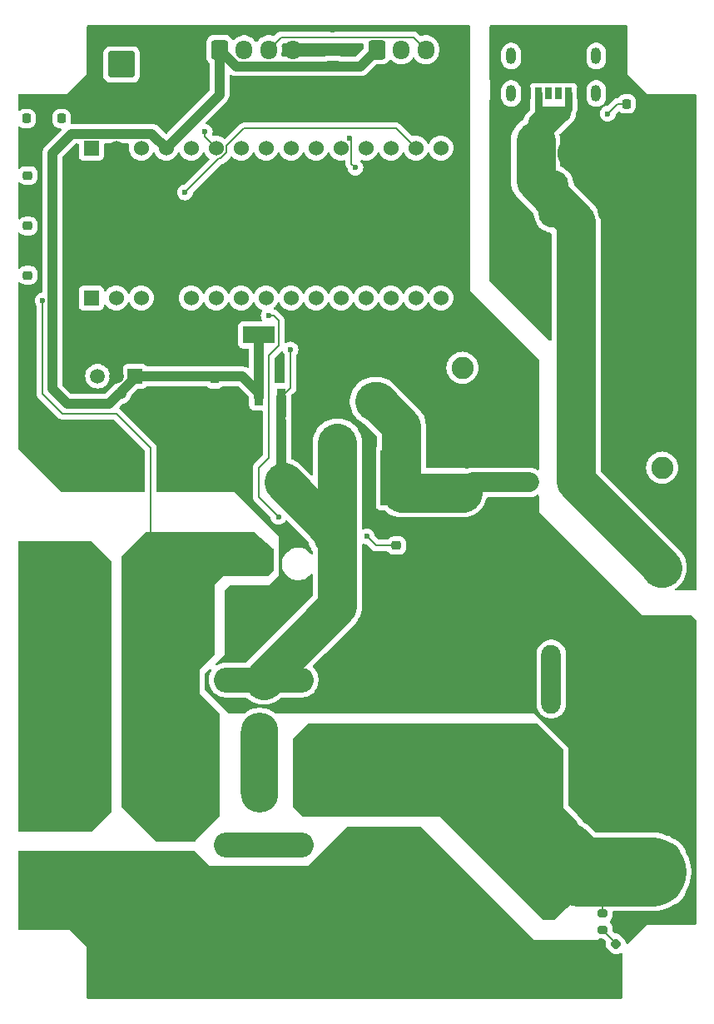
<source format=gtl>
%TF.GenerationSoftware,KiCad,Pcbnew,8.0.4*%
%TF.CreationDate,2024-08-27T22:08:08+09:00*%
%TF.ProjectId,power_board2,706f7765-725f-4626-9f61-7264322e6b69,rev?*%
%TF.SameCoordinates,PX3473bc0PYa8cce40*%
%TF.FileFunction,Copper,L1,Top*%
%TF.FilePolarity,Positive*%
%FSLAX46Y46*%
G04 Gerber Fmt 4.6, Leading zero omitted, Abs format (unit mm)*
G04 Created by KiCad (PCBNEW 8.0.4) date 2024-08-27 22:08:08*
%MOMM*%
%LPD*%
G01*
G04 APERTURE LIST*
G04 Aperture macros list*
%AMRoundRect*
0 Rectangle with rounded corners*
0 $1 Rounding radius*
0 $2 $3 $4 $5 $6 $7 $8 $9 X,Y pos of 4 corners*
0 Add a 4 corners polygon primitive as box body*
4,1,4,$2,$3,$4,$5,$6,$7,$8,$9,$2,$3,0*
0 Add four circle primitives for the rounded corners*
1,1,$1+$1,$2,$3*
1,1,$1+$1,$4,$5*
1,1,$1+$1,$6,$7*
1,1,$1+$1,$8,$9*
0 Add four rect primitives between the rounded corners*
20,1,$1+$1,$2,$3,$4,$5,0*
20,1,$1+$1,$4,$5,$6,$7,0*
20,1,$1+$1,$6,$7,$8,$9,0*
20,1,$1+$1,$8,$9,$2,$3,0*%
%AMRotRect*
0 Rectangle, with rotation*
0 The origin of the aperture is its center*
0 $1 length*
0 $2 width*
0 $3 Rotation angle, in degrees counterclockwise*
0 Add horizontal line*
21,1,$1,$2,0,0,$3*%
G04 Aperture macros list end*
%TA.AperFunction,ComponentPad*%
%ADD10O,3.100000X5.855000*%
%TD*%
%TA.AperFunction,ComponentPad*%
%ADD11O,3.100000X5.300000*%
%TD*%
%TA.AperFunction,ComponentPad*%
%ADD12O,5.300000X3.100000*%
%TD*%
%TA.AperFunction,SMDPad,CuDef*%
%ADD13RoundRect,0.218750X0.256250X-0.218750X0.256250X0.218750X-0.256250X0.218750X-0.256250X-0.218750X0*%
%TD*%
%TA.AperFunction,ComponentPad*%
%ADD14RotRect,2.000000X2.000000X135.000000*%
%TD*%
%TA.AperFunction,ComponentPad*%
%ADD15C,2.000000*%
%TD*%
%TA.AperFunction,ComponentPad*%
%ADD16C,0.900000*%
%TD*%
%TA.AperFunction,ComponentPad*%
%ADD17C,8.600000*%
%TD*%
%TA.AperFunction,SMDPad,CuDef*%
%ADD18RoundRect,0.250000X-0.475000X0.250000X-0.475000X-0.250000X0.475000X-0.250000X0.475000X0.250000X0*%
%TD*%
%TA.AperFunction,SMDPad,CuDef*%
%ADD19R,0.950000X1.750000*%
%TD*%
%TA.AperFunction,SMDPad,CuDef*%
%ADD20R,3.250000X1.750000*%
%TD*%
%TA.AperFunction,SMDPad,CuDef*%
%ADD21RoundRect,0.218750X0.218750X0.256250X-0.218750X0.256250X-0.218750X-0.256250X0.218750X-0.256250X0*%
%TD*%
%TA.AperFunction,ComponentPad*%
%ADD22RoundRect,1.500000X1.500000X-1.500000X1.500000X1.500000X-1.500000X1.500000X-1.500000X-1.500000X0*%
%TD*%
%TA.AperFunction,ComponentPad*%
%ADD23C,6.000000*%
%TD*%
%TA.AperFunction,SMDPad,CuDef*%
%ADD24RoundRect,0.218750X0.026517X-0.335876X0.335876X-0.026517X-0.026517X0.335876X-0.335876X0.026517X0*%
%TD*%
%TA.AperFunction,ComponentPad*%
%ADD25RoundRect,0.250000X-0.600000X-0.725000X0.600000X-0.725000X0.600000X0.725000X-0.600000X0.725000X0*%
%TD*%
%TA.AperFunction,ComponentPad*%
%ADD26O,1.700000X1.950000*%
%TD*%
%TA.AperFunction,SMDPad,CuDef*%
%ADD27R,0.700000X1.150000*%
%TD*%
%TA.AperFunction,SMDPad,CuDef*%
%ADD28R,0.800000X1.150000*%
%TD*%
%TA.AperFunction,SMDPad,CuDef*%
%ADD29R,0.900000X1.150000*%
%TD*%
%TA.AperFunction,ComponentPad*%
%ADD30O,1.000000X1.700000*%
%TD*%
%TA.AperFunction,ComponentPad*%
%ADD31R,1.530000X1.530000*%
%TD*%
%TA.AperFunction,ComponentPad*%
%ADD32C,1.530000*%
%TD*%
%TA.AperFunction,ComponentPad*%
%ADD33R,2.000000X2.000000*%
%TD*%
%TA.AperFunction,ComponentPad*%
%ADD34RotRect,2.000000X2.000000X225.000000*%
%TD*%
%TA.AperFunction,SMDPad,CuDef*%
%ADD35RoundRect,0.225000X-0.250000X0.225000X-0.250000X-0.225000X0.250000X-0.225000X0.250000X0.225000X0*%
%TD*%
%TA.AperFunction,ComponentPad*%
%ADD36C,2.250000*%
%TD*%
%TA.AperFunction,ComponentPad*%
%ADD37R,1.500000X1.500000*%
%TD*%
%TA.AperFunction,ComponentPad*%
%ADD38C,1.500000*%
%TD*%
%TA.AperFunction,ComponentPad*%
%ADD39O,12.700000X6.350000*%
%TD*%
%TA.AperFunction,ComponentPad*%
%ADD40O,3.810000X10.160000*%
%TD*%
%TA.AperFunction,ComponentPad*%
%ADD41O,6.350000X12.700000*%
%TD*%
%TA.AperFunction,ComponentPad*%
%ADD42O,10.160000X2.540000*%
%TD*%
%TA.AperFunction,ComponentPad*%
%ADD43RoundRect,0.250001X-1.099999X-1.099999X1.099999X-1.099999X1.099999X1.099999X-1.099999X1.099999X0*%
%TD*%
%TA.AperFunction,ComponentPad*%
%ADD44C,2.700000*%
%TD*%
%TA.AperFunction,ComponentPad*%
%ADD45C,0.800000*%
%TD*%
%TA.AperFunction,ComponentPad*%
%ADD46O,9.000000X4.500000*%
%TD*%
%TA.AperFunction,ComponentPad*%
%ADD47C,2.400000*%
%TD*%
%TA.AperFunction,ComponentPad*%
%ADD48O,2.000000X7.000000*%
%TD*%
%TA.AperFunction,SMDPad,CuDef*%
%ADD49R,1.700000X5.700000*%
%TD*%
%TA.AperFunction,SMDPad,CuDef*%
%ADD50RoundRect,0.200000X-0.275000X0.200000X-0.275000X-0.200000X0.275000X-0.200000X0.275000X0.200000X0*%
%TD*%
%TA.AperFunction,ViaPad*%
%ADD51C,0.600000*%
%TD*%
%TA.AperFunction,Conductor*%
%ADD52C,1.000000*%
%TD*%
%TA.AperFunction,Conductor*%
%ADD53C,0.200000*%
%TD*%
%TA.AperFunction,Conductor*%
%ADD54C,4.000000*%
%TD*%
%TA.AperFunction,Conductor*%
%ADD55C,2.000000*%
%TD*%
%TA.AperFunction,Conductor*%
%ADD56C,0.750000*%
%TD*%
%TA.AperFunction,Conductor*%
%ADD57C,1.500000*%
%TD*%
%TA.AperFunction,Conductor*%
%ADD58C,7.000000*%
%TD*%
%TA.AperFunction,Conductor*%
%ADD59C,3.000000*%
%TD*%
G04 APERTURE END LIST*
D10*
X55015000Y81800000D03*
D11*
X61015000Y81800000D03*
D12*
X58015000Y86500000D03*
D13*
X1500000Y82650000D03*
X1500000Y84225000D03*
D14*
X36767767Y61232233D03*
D15*
X33232233Y64767767D03*
D16*
X1994581Y30000000D03*
X2939162Y32280419D03*
X2939162Y27719581D03*
X5219581Y33225000D03*
D17*
X5219581Y30000000D03*
D16*
X5219581Y26775000D03*
X7500000Y32280419D03*
X7500000Y27719581D03*
X8444581Y30000000D03*
D18*
X32500000Y95400000D03*
X32500000Y93500000D03*
D13*
X39000000Y45000000D03*
X39000000Y46575000D03*
D16*
X48055419Y19719581D03*
X49000000Y22000000D03*
X49000000Y17439162D03*
X51280419Y22944581D03*
D17*
X51280419Y19719581D03*
D16*
X51280419Y16494581D03*
X53560838Y22000000D03*
X53560838Y17439162D03*
X54505419Y19719581D03*
D19*
X22700000Y61700000D03*
X25000000Y61700000D03*
X27300000Y61700000D03*
D20*
X25000000Y68000000D03*
D21*
X2925000Y90000000D03*
X1350000Y90000000D03*
D22*
X65000000Y13400000D03*
D23*
X65000000Y20600000D03*
D24*
X60230653Y4943153D03*
X61344347Y6056847D03*
D25*
X21000000Y97000000D03*
D26*
X23500000Y97000000D03*
X26000000Y97000000D03*
X28500000Y97000000D03*
D27*
X55500000Y92545000D03*
D28*
X53480000Y92545000D03*
D29*
X52250000Y92545000D03*
D27*
X54500000Y92545000D03*
D28*
X56520000Y92545000D03*
D29*
X57750000Y92545000D03*
D30*
X59320000Y92550000D03*
X50680000Y92550000D03*
X59320000Y96350000D03*
X50680000Y96350000D03*
D16*
X11275000Y5775000D03*
X12219581Y8055419D03*
X12219581Y3494581D03*
X14500000Y9000000D03*
D17*
X14500000Y5775000D03*
D16*
X14500000Y2550000D03*
X16780419Y8055419D03*
X16780419Y3494581D03*
X17725000Y5775000D03*
D31*
X7960000Y71760000D03*
D32*
X10500000Y71760000D03*
X13040000Y71760000D03*
X15580000Y71760000D03*
X18120000Y71760000D03*
X20660000Y71760000D03*
X23200000Y71760000D03*
X25740000Y71760000D03*
X28280000Y71760000D03*
X30820000Y71760000D03*
X33360000Y71760000D03*
X35900000Y71760000D03*
X38440000Y71760000D03*
X40980000Y71760000D03*
X43520000Y71760000D03*
D31*
X7960000Y87000000D03*
D32*
X10500000Y87000000D03*
X13040000Y87000000D03*
X15580000Y87000000D03*
X18120000Y87000000D03*
X20660000Y87000000D03*
X23200000Y87000000D03*
X25740000Y87000000D03*
X28280000Y87000000D03*
X30820000Y87000000D03*
X33360000Y87000000D03*
X35900000Y87000000D03*
X38440000Y87000000D03*
X40980000Y87000000D03*
X43520000Y87000000D03*
D33*
X6500000Y19000000D03*
D15*
X6500000Y14000000D03*
D34*
X54500000Y10000000D03*
D15*
X50964466Y6464466D03*
D35*
X20500000Y63500000D03*
X20500000Y61950000D03*
D36*
X45720000Y64660000D03*
X45720000Y57040000D03*
X45720000Y51960000D03*
X66040000Y44340000D03*
X66040000Y54500000D03*
X66040000Y64660000D03*
D21*
X6500000Y90000000D03*
X4925000Y90000000D03*
D37*
X58250000Y72000000D03*
D38*
X60750000Y72000000D03*
D39*
X35000000Y24500000D03*
D40*
X25094000Y24500000D03*
D41*
X17093000Y24500000D03*
D42*
X25500400Y32907400D03*
X25500400Y16092600D03*
D43*
X11040000Y95500000D03*
D44*
X15000000Y95500000D03*
D13*
X1500000Y72500000D03*
X1500000Y74075000D03*
D14*
X27500000Y53000000D03*
D15*
X23964466Y56535534D03*
D25*
X37000000Y97000000D03*
D26*
X39500000Y97000000D03*
X42000000Y97000000D03*
X44500000Y97000000D03*
D21*
X64000000Y91500000D03*
X62425000Y91500000D03*
D37*
X12410000Y63800000D03*
D38*
X10500000Y63800000D03*
X8590000Y63800000D03*
D45*
X9300000Y42000000D03*
X9300000Y43050000D03*
X8500000Y41100000D03*
X8500000Y43670000D03*
X7500000Y40800000D03*
X7500000Y44000000D03*
X6170000Y40800000D03*
X6170000Y44000000D03*
D46*
X5500000Y42400000D03*
D45*
X4840000Y40800000D03*
X4840000Y44000000D03*
X3510000Y40800000D03*
X3510000Y44000000D03*
X2500000Y43670000D03*
X2350000Y41100000D03*
X1700000Y42000000D03*
X1700000Y43050000D03*
X19300000Y42000000D03*
X19300000Y43050000D03*
X18500000Y41100000D03*
X18500000Y43670000D03*
X17500000Y40800000D03*
X17500000Y44000000D03*
X16170000Y40800000D03*
X16170000Y44000000D03*
D46*
X15500000Y42400000D03*
D45*
X14840000Y40800000D03*
X14840000Y44000000D03*
X13510000Y40800000D03*
X13510000Y44000000D03*
X12500000Y43670000D03*
X12350000Y41100000D03*
X11700000Y42000000D03*
X11700000Y43050000D03*
D13*
X1500000Y77500000D03*
X1500000Y79075000D03*
D47*
X25000000Y45500000D03*
X33000000Y45500000D03*
D48*
X62250000Y33000000D03*
X54750000Y33000000D03*
D49*
X33750000Y53500000D03*
X38250000Y53500000D03*
D50*
X60000000Y9150000D03*
X60000000Y7500000D03*
D16*
X38494581Y5219581D03*
X39439162Y7500000D03*
X39439162Y2939162D03*
X41719581Y8444581D03*
D17*
X41719581Y5219581D03*
D16*
X41719581Y1994581D03*
X44000000Y7500000D03*
X44000000Y2939162D03*
X44944581Y5219581D03*
D51*
X7000000Y66000000D03*
X15500000Y80500000D03*
X32500000Y73500000D03*
X11500000Y66000000D03*
X23500000Y99000000D03*
X32000000Y14500000D03*
X8500000Y74500000D03*
X39500000Y40000000D03*
X43000000Y62500000D03*
X46000000Y39500000D03*
X36000000Y81500000D03*
X46500000Y48500000D03*
X43500000Y57000000D03*
X13500000Y14500000D03*
X32500000Y99000000D03*
X7000000Y77000000D03*
X31000000Y61000000D03*
X22500000Y39000000D03*
X53500000Y1500000D03*
X39000000Y44000000D03*
X33500000Y60500000D03*
X28500000Y47500000D03*
X1000000Y70000000D03*
X37500000Y48000000D03*
X28500000Y42000000D03*
X1500000Y81000000D03*
X37500000Y94500000D03*
X29000000Y59000000D03*
X12500000Y56000000D03*
X30500000Y97000000D03*
X18500000Y92500000D03*
X57000000Y44000000D03*
X1500000Y14500000D03*
X1500000Y86000000D03*
X1500000Y8500000D03*
X22000000Y70000000D03*
X36000000Y51000000D03*
X15000000Y74000000D03*
X41500000Y81500000D03*
X18500000Y57500000D03*
X1500000Y66500000D03*
X19000000Y70000000D03*
X21500000Y89000000D03*
X25500000Y12500000D03*
X59000000Y26500000D03*
X34500000Y97000000D03*
X38500000Y17500000D03*
X53000000Y37500000D03*
X40000000Y70500000D03*
X39000000Y12000000D03*
X45500000Y99000000D03*
X39500000Y66500000D03*
X22500000Y62000000D03*
X34500000Y3500000D03*
X24000000Y74000000D03*
X34500000Y70500000D03*
X20500000Y53000000D03*
X6500000Y12000000D03*
X36500000Y17500000D03*
X48000000Y35500000D03*
X46000000Y55000000D03*
X37000000Y35500000D03*
X44000000Y43500000D03*
X68000000Y23500000D03*
X28000000Y9000000D03*
X36000000Y14500000D03*
X18000000Y66500000D03*
X25500000Y83500000D03*
X30000000Y67500000D03*
X47000000Y1500000D03*
X27000000Y38500000D03*
X53000000Y49000000D03*
X41500000Y30000000D03*
X22500000Y9000000D03*
X36000000Y75000000D03*
X68500000Y17500000D03*
X10500000Y85000000D03*
X7500000Y92500000D03*
X27000000Y65000000D03*
X37500000Y84000000D03*
X36000000Y57000000D03*
X49500000Y5000000D03*
X14000000Y97500000D03*
X34000000Y93500000D03*
X32500000Y63500000D03*
X13500000Y93000000D03*
X5000000Y54000000D03*
X64500000Y33000000D03*
X29000000Y84500000D03*
X1500000Y92000000D03*
X38000000Y45000000D03*
X19000000Y75500000D03*
X34500000Y9000000D03*
X35000000Y38000000D03*
X9500000Y62500000D03*
X45500000Y59000000D03*
X29500000Y64500000D03*
X31500000Y33500000D03*
X45500000Y84000000D03*
X49500000Y7500000D03*
X22000000Y82000000D03*
X52500000Y58500000D03*
X7500000Y57500000D03*
X13500000Y59000000D03*
X30000000Y55000000D03*
X19500000Y62000000D03*
X1500000Y59000000D03*
X23500000Y35500000D03*
X30500000Y82000000D03*
X34500000Y77500000D03*
X22500000Y3500000D03*
X16000000Y77000000D03*
X34000000Y14500000D03*
X23500000Y52500000D03*
X12500000Y84500000D03*
X32000000Y66000000D03*
X55000000Y28500000D03*
X36000000Y42500000D03*
X42000000Y35500000D03*
X2000000Y56000000D03*
X29000000Y76500000D03*
X6500000Y68500000D03*
X32000000Y12500000D03*
X7000000Y62500000D03*
X68000000Y38000000D03*
X62500000Y38000000D03*
X28000000Y3500000D03*
X58500000Y21500000D03*
X23500000Y55000000D03*
X68500000Y9000000D03*
X23500000Y40500000D03*
X40500000Y74500000D03*
X44000000Y95500000D03*
X41000000Y92500000D03*
X61000000Y18500000D03*
X45500000Y77500000D03*
X26500000Y77500000D03*
X23000000Y93500000D03*
X6500000Y80000000D03*
X1500000Y62500000D03*
X25500000Y49500000D03*
X50500000Y45000000D03*
X31000000Y93500000D03*
X23500000Y66000000D03*
X12500000Y61500000D03*
X16500000Y62000000D03*
X44500000Y68500000D03*
X10500000Y80000000D03*
X16000000Y53500000D03*
X9500000Y59000000D03*
X14000000Y69500000D03*
X60000000Y33000000D03*
X9500000Y69000000D03*
X41500000Y49000000D03*
X29500000Y70500000D03*
X20000000Y12500000D03*
X15000000Y66000000D03*
X27000000Y63500000D03*
X22500000Y60000000D03*
X34500000Y66000000D03*
X44500000Y12000000D03*
X22000000Y77500000D03*
X27500000Y93500000D03*
X10000000Y53000000D03*
X4500000Y14000000D03*
X62500000Y28000000D03*
X8500000Y14000000D03*
X22500000Y57500000D03*
X52500000Y5000000D03*
X48000000Y30500000D03*
X35500000Y30000000D03*
X7000000Y84500000D03*
X47500000Y57000000D03*
X36000000Y46000000D03*
X49500000Y68000000D03*
X62500000Y7500000D03*
X45500000Y92500000D03*
X12000000Y77000000D03*
X59000000Y3000000D03*
X24500000Y58000000D03*
X4000000Y77500000D03*
X11000000Y62000000D03*
X34500000Y49500000D03*
X27000000Y59500000D03*
X34500000Y47500000D03*
X28225000Y66500000D03*
X52500000Y53000000D03*
X43500000Y53500000D03*
X62000000Y99000000D03*
X61500000Y70500000D03*
X64500000Y77000000D03*
X49000000Y94500000D03*
X51500000Y76500000D03*
X49000000Y99000000D03*
X69000000Y92000000D03*
X61000000Y74000000D03*
X50500000Y90500000D03*
X68500000Y66000000D03*
X49000000Y74000000D03*
X64500000Y51000000D03*
X60500000Y54500000D03*
X69000000Y60500000D03*
X68500000Y70000000D03*
X62000000Y93500000D03*
X61000000Y61000000D03*
X63000000Y72000000D03*
X54000000Y78000000D03*
X69000000Y49500000D03*
X56500000Y88500000D03*
X55000000Y98000000D03*
X60500000Y78000000D03*
X53000000Y95000000D03*
X69000000Y55500000D03*
X69000000Y43500000D03*
X61000000Y89000000D03*
X69000000Y89000000D03*
X60500000Y68000000D03*
X64500000Y59000000D03*
X69000000Y85500000D03*
X49500000Y85000000D03*
X65500000Y86500000D03*
X65000000Y91500000D03*
X69000000Y79500000D03*
X68500000Y73000000D03*
X58000000Y95000000D03*
X54500000Y69000000D03*
X57500000Y52700000D03*
X54000000Y90500000D03*
X56000000Y90500000D03*
X36000000Y47500000D03*
X34235000Y88000000D03*
X34825000Y85000000D03*
X47500000Y24000000D03*
X40000000Y20000000D03*
X49000000Y14500000D03*
X52500000Y11500000D03*
X52000000Y27500000D03*
X30000000Y20000000D03*
X54500000Y15000000D03*
X55000000Y25000000D03*
X44000000Y19500000D03*
X47000000Y27000000D03*
X43000000Y26500000D03*
X34500000Y20000000D03*
X44500000Y23000000D03*
X46500000Y17000000D03*
X27000000Y49500000D03*
X26000000Y70000000D03*
X17500000Y82500000D03*
X19500000Y88665000D03*
X1500000Y46000000D03*
X1500000Y24500000D03*
X4500000Y19000000D03*
X8000000Y46000000D03*
X6500000Y21500000D03*
X8500000Y37500000D03*
X8500000Y24500000D03*
X2000000Y37500000D03*
X8500000Y19500000D03*
X54500000Y92500000D03*
X55500000Y92500000D03*
X60500000Y90500000D03*
X1425000Y90000000D03*
X4925000Y90000000D03*
X1500000Y74000000D03*
X1500000Y79000000D03*
X1500000Y84150000D03*
X12500000Y27000000D03*
X20000000Y18500000D03*
X12000000Y32500000D03*
X18000000Y46000000D03*
X14000000Y18000000D03*
X12500000Y46000000D03*
X19500000Y37500000D03*
X17500000Y37500000D03*
X23000000Y47000000D03*
X3000000Y71500000D03*
X12000000Y37500000D03*
X17500000Y32500000D03*
X12000000Y22000000D03*
X23000000Y44000000D03*
D52*
X10750610Y62000000D02*
X11000000Y62000000D01*
X15580000Y87000000D02*
X21000000Y92420000D01*
X23300000Y63800000D02*
X12410000Y63800000D01*
X11500000Y88465000D02*
X14115000Y88465000D01*
X11000000Y62000000D02*
X11000000Y62249390D01*
X9750610Y61000000D02*
X10750610Y62000000D01*
X25000000Y68000000D02*
X25000000Y61700000D01*
X5500000Y61000000D02*
X9750610Y61000000D01*
X4000000Y77500000D02*
X4000000Y62500000D01*
X4000000Y86490000D02*
X4000000Y77500000D01*
X25000000Y61700000D02*
X25000000Y62100000D01*
X11000000Y62249390D02*
X12410000Y63659390D01*
X21000000Y92420000D02*
X21000000Y97000000D01*
X4000000Y62500000D02*
X5500000Y61000000D01*
X35325000Y95325000D02*
X37000000Y97000000D01*
X21000000Y97000000D02*
X22675000Y95325000D01*
X22675000Y95325000D02*
X35325000Y95325000D01*
X14115000Y88465000D02*
X15580000Y87000000D01*
X11500000Y88465000D02*
X5975000Y88465000D01*
X12410000Y63659390D02*
X12410000Y63800000D01*
X25000000Y62100000D02*
X23300000Y63800000D01*
X5975000Y88465000D02*
X4000000Y86490000D01*
X27300000Y59200000D02*
X27300000Y53200000D01*
D53*
X28225000Y62625000D02*
X27300000Y61700000D01*
D54*
X33000000Y47500000D02*
X27500000Y53000000D01*
X33000000Y45500000D02*
X33000000Y47500000D01*
X33000000Y45500000D02*
X33000000Y40407000D01*
D52*
X27300000Y53200000D02*
X27500000Y53000000D01*
D53*
X28225000Y66500000D02*
X28225000Y62625000D01*
D54*
X33000000Y40407000D02*
X25500400Y32907400D01*
X33000000Y45500000D02*
X33000000Y48000000D01*
X33000000Y57000000D02*
X33000000Y45500000D01*
X33000000Y48000000D02*
X32500000Y47500000D01*
D52*
X27300000Y61700000D02*
X27300000Y59800000D01*
D54*
X37000000Y61232233D02*
X39500000Y58732233D01*
X39540000Y51960000D02*
X45720000Y51960000D01*
D55*
X52500000Y53000000D02*
X46760000Y53000000D01*
D52*
X46760000Y53000000D02*
X45720000Y51960000D01*
D54*
X39500000Y52000000D02*
X39540000Y51960000D01*
X36767767Y61232233D02*
X37000000Y61232233D01*
X39500000Y58732233D02*
X39500000Y52000000D01*
X53165000Y83650000D02*
X53165000Y87750000D01*
D56*
X56037044Y90500000D02*
X56000000Y90500000D01*
X56000000Y90500000D02*
X55915000Y90500000D01*
D57*
X55915000Y90500000D02*
X53165000Y87750000D01*
D54*
X66040000Y44340000D02*
X65860000Y44340000D01*
D56*
X56000000Y90500000D02*
X56000000Y90462956D01*
D54*
X57265000Y79550000D02*
X55015000Y81800000D01*
D56*
X53480000Y89980000D02*
X54000000Y90500000D01*
X53480000Y92545000D02*
X53480000Y89980000D01*
D57*
X56000000Y90500000D02*
X54000000Y90500000D01*
D56*
X56520000Y90982956D02*
X56037044Y90500000D01*
D54*
X55015000Y81800000D02*
X53165000Y83650000D01*
X66040000Y44340000D02*
X57265000Y53115000D01*
D57*
X54000000Y90500000D02*
X53165000Y89665000D01*
D56*
X56520000Y92545000D02*
X56520000Y90982956D01*
D54*
X57265000Y53115000D02*
X57265000Y79550000D01*
D53*
X39000000Y46575000D02*
X36925000Y46575000D01*
X36925000Y46575000D02*
X36000000Y47500000D01*
X40725000Y98275000D02*
X27275000Y98275000D01*
X27275000Y98275000D02*
X26000000Y97000000D01*
X42000000Y97000000D02*
X40725000Y98275000D01*
X34425000Y87810000D02*
X34425000Y85400000D01*
X34425000Y85400000D02*
X34825000Y85000000D01*
X34235000Y88000000D02*
X34425000Y87810000D01*
D58*
X54500000Y15000000D02*
X54500000Y16500000D01*
X54500000Y16500000D02*
X51280419Y19719581D01*
X56000000Y15000000D02*
X54500000Y15000000D01*
D53*
X60000000Y9150000D02*
X60000000Y11000000D01*
D59*
X54500000Y10000000D02*
X57600000Y13100000D01*
D53*
X60000000Y11000000D02*
X57600000Y13400000D01*
D58*
X65000000Y13400000D02*
X57600000Y13400000D01*
D59*
X57600000Y13100000D02*
X57600000Y13400000D01*
D58*
X57600000Y13400000D02*
X56000000Y15000000D01*
D53*
X27000000Y49500000D02*
X25000000Y51500000D01*
X27000000Y69500000D02*
X26500000Y70000000D01*
X25000000Y54500000D02*
X26000000Y55500000D01*
X26000000Y65900000D02*
X27000000Y66900000D01*
X27000000Y66900000D02*
X27000000Y69500000D01*
X25000000Y51500000D02*
X25000000Y54500000D01*
X26000000Y55500000D02*
X26000000Y65900000D01*
X26500000Y70000000D02*
X26000000Y70000000D01*
X23500000Y89000000D02*
X38980000Y89000000D01*
X21101138Y85935000D02*
X21725000Y86558862D01*
X21725000Y87225000D02*
X23500000Y89000000D01*
X20935000Y85935000D02*
X21101138Y85935000D01*
X21725000Y86558862D02*
X21725000Y87225000D01*
X38980000Y89000000D02*
X40980000Y87000000D01*
X17500000Y82500000D02*
X20935000Y85935000D01*
X19500000Y88160000D02*
X20660000Y87000000D01*
X19500000Y88665000D02*
X19500000Y88160000D01*
X61500000Y91500000D02*
X60500000Y90500000D01*
X62425000Y91500000D02*
X61500000Y91500000D01*
X61344347Y6056847D02*
X61344347Y6155653D01*
X61344347Y6155653D02*
X60000000Y7500000D01*
X14000000Y44000000D02*
X15500000Y44000000D01*
X14000000Y56500000D02*
X14000000Y44000000D01*
X3000000Y62000000D02*
X5000000Y60000000D01*
X5000000Y60000000D02*
X10500000Y60000000D01*
X3000000Y71500000D02*
X3000000Y62000000D01*
X10500000Y60000000D02*
X14000000Y56500000D01*
%TA.AperFunction,Conductor*%
G36*
X41515677Y17980315D02*
G01*
X41536319Y17963681D01*
X45426984Y14073016D01*
X45451679Y14027790D01*
X45479545Y14000000D01*
X30000000Y14000000D01*
X33963681Y17963681D01*
X34025004Y17997166D01*
X34051362Y18000000D01*
X41448638Y18000000D01*
X41515677Y17980315D01*
G37*
%TD.AperFunction*%
%TA.AperFunction,Conductor*%
G36*
X24520483Y47980315D02*
G01*
X24535051Y47969361D01*
X26452108Y46293670D01*
X26489627Y46234732D01*
X26494500Y46200311D01*
X26494500Y44045862D01*
X26474815Y43978823D01*
X26458181Y43958181D01*
X26036319Y43536319D01*
X25974996Y43502834D01*
X25948638Y43500000D01*
X21337151Y43500000D01*
X20500000Y42500000D01*
X20500000Y35551362D01*
X20480315Y35484323D01*
X20463681Y35463681D01*
X19000000Y34000001D01*
X19000000Y33495761D01*
X18998738Y33478115D01*
X18994500Y33448640D01*
X18994500Y32051360D01*
X18997396Y31997339D01*
X18997399Y31997298D01*
X18999289Y31979729D01*
X19000000Y31966469D01*
X19000000Y31500000D01*
X20963681Y29536319D01*
X20997166Y29474996D01*
X21000000Y29448638D01*
X21000000Y19051362D01*
X20980315Y18984323D01*
X20963681Y18963681D01*
X18536319Y16536319D01*
X18474996Y16502834D01*
X18448638Y16500000D01*
X14551362Y16500000D01*
X14484323Y16519685D01*
X14463681Y16536319D01*
X11036319Y19963681D01*
X11002834Y20025004D01*
X11000000Y20051362D01*
X11000000Y45448638D01*
X11019685Y45515677D01*
X11036319Y45536319D01*
X13463681Y47963681D01*
X13525004Y47997166D01*
X13551362Y48000000D01*
X24453444Y48000000D01*
X24520483Y47980315D01*
G37*
%TD.AperFunction*%
%TA.AperFunction,Conductor*%
G36*
X62430692Y99479815D02*
G01*
X62476447Y99427011D01*
X62487653Y99375500D01*
X62487653Y94500000D01*
X64487653Y92500000D01*
X69375500Y92500000D01*
X69442539Y92480315D01*
X69488294Y92427511D01*
X69499500Y92376000D01*
X69499500Y42124000D01*
X69479815Y42056961D01*
X69427011Y42011206D01*
X69375500Y42000000D01*
X67446230Y42000000D01*
X67379191Y42019685D01*
X67333436Y42072489D01*
X67323492Y42141647D01*
X67352517Y42205203D01*
X67380258Y42228994D01*
X67489248Y42297477D01*
X67708825Y42472584D01*
X67907416Y42671175D01*
X68082523Y42890752D01*
X68231945Y43128555D01*
X68353801Y43381592D01*
X68446560Y43646682D01*
X68509055Y43920491D01*
X68518014Y44000000D01*
X68524429Y44056945D01*
X68540500Y44199575D01*
X68540500Y44480425D01*
X68521340Y44650478D01*
X68509057Y44759495D01*
X68509054Y44759513D01*
X68446560Y45033318D01*
X68446556Y45033330D01*
X68395494Y45179255D01*
X68353801Y45298408D01*
X68231945Y45551445D01*
X68082523Y45789248D01*
X67907416Y46008825D01*
X59801819Y54114422D01*
X59768334Y54175745D01*
X59765500Y54202103D01*
X59765500Y54500000D01*
X64409474Y54500000D01*
X64429547Y54244936D01*
X64429547Y54244933D01*
X64429548Y54244930D01*
X64460881Y54114422D01*
X64489279Y53996136D01*
X64587188Y53759761D01*
X64587190Y53759758D01*
X64720875Y53541604D01*
X64720878Y53541599D01*
X64796200Y53453409D01*
X64887044Y53347044D01*
X64994316Y53255425D01*
X65081598Y53180879D01*
X65081603Y53180876D01*
X65299757Y53047191D01*
X65299760Y53047189D01*
X65536135Y52949280D01*
X65536140Y52949278D01*
X65784930Y52889548D01*
X66040000Y52869474D01*
X66295070Y52889548D01*
X66543860Y52949278D01*
X66662051Y52998235D01*
X66780239Y53047189D01*
X66780240Y53047190D01*
X66780243Y53047191D01*
X66998399Y53180877D01*
X67192956Y53347044D01*
X67359123Y53541601D01*
X67492809Y53759757D01*
X67590722Y53996140D01*
X67650452Y54244930D01*
X67670526Y54500000D01*
X67650452Y54755070D01*
X67590722Y55003860D01*
X67590720Y55003865D01*
X67492811Y55240240D01*
X67492809Y55240243D01*
X67359124Y55458397D01*
X67359121Y55458402D01*
X67299319Y55528421D01*
X67192956Y55652956D01*
X67086591Y55743800D01*
X66998401Y55819122D01*
X66998396Y55819125D01*
X66780242Y55952810D01*
X66780239Y55952812D01*
X66543864Y56050721D01*
X66543860Y56050722D01*
X66295070Y56110452D01*
X66295067Y56110453D01*
X66295064Y56110453D01*
X66040000Y56130526D01*
X65784935Y56110453D01*
X65784931Y56110453D01*
X65784930Y56110452D01*
X65660535Y56080587D01*
X65536135Y56050721D01*
X65299760Y55952812D01*
X65299757Y55952810D01*
X65081603Y55819125D01*
X65081598Y55819122D01*
X64887044Y55652956D01*
X64720878Y55458402D01*
X64720875Y55458397D01*
X64587190Y55240243D01*
X64587188Y55240240D01*
X64489279Y55003865D01*
X64429547Y54755065D01*
X64409474Y54500000D01*
X59765500Y54500000D01*
X59765500Y79690428D01*
X59765499Y79690432D01*
X59734057Y79969495D01*
X59734054Y79969513D01*
X59722163Y80021609D01*
X59671560Y80243318D01*
X59633967Y80350752D01*
X59578802Y80508407D01*
X59456945Y80761445D01*
X59307524Y80999248D01*
X59132416Y81218825D01*
X57099229Y83252012D01*
X57065744Y83313335D01*
X57063971Y83323508D01*
X57039475Y83509575D01*
X57030416Y83578391D01*
X56960847Y83838026D01*
X56922132Y83931492D01*
X56857988Y84086351D01*
X56857980Y84086367D01*
X56809964Y84169532D01*
X56723587Y84319141D01*
X56559956Y84532390D01*
X56559951Y84532396D01*
X56369895Y84722452D01*
X56369888Y84722458D01*
X56156645Y84886084D01*
X56156644Y84886085D01*
X56156641Y84886087D01*
X56063832Y84939670D01*
X55923866Y85020481D01*
X55923854Y85020487D01*
X55742047Y85095794D01*
X55687644Y85139635D01*
X55665579Y85205930D01*
X55665500Y85210355D01*
X55665500Y87890428D01*
X55665499Y87890432D01*
X55634057Y88169495D01*
X55634056Y88169500D01*
X55634055Y88169509D01*
X55597072Y88331540D01*
X55601345Y88401274D01*
X55630280Y88446808D01*
X56557000Y89373528D01*
X56588377Y89396325D01*
X56655405Y89430476D01*
X56814646Y89546172D01*
X56953828Y89685354D01*
X57069524Y89844595D01*
X57158884Y90019975D01*
X57219709Y90207174D01*
X57237698Y90320751D01*
X57250500Y90401578D01*
X57250500Y90462754D01*
X57261438Y90500004D01*
X59694435Y90500004D01*
X59694435Y90499997D01*
X59714630Y90320751D01*
X59714631Y90320746D01*
X59774211Y90150477D01*
X59856214Y90019971D01*
X59870184Y89997738D01*
X59997738Y89870184D01*
X60038463Y89844595D01*
X60121334Y89792523D01*
X60150478Y89774211D01*
X60320745Y89714632D01*
X60320750Y89714631D01*
X60499996Y89694435D01*
X60500000Y89694435D01*
X60500004Y89694435D01*
X60679249Y89714631D01*
X60679252Y89714632D01*
X60679255Y89714632D01*
X60849522Y89774211D01*
X61002262Y89870184D01*
X61129816Y89997738D01*
X61225789Y90150478D01*
X61285368Y90320745D01*
X61295161Y90407671D01*
X61322226Y90472082D01*
X61330690Y90481457D01*
X61553350Y90704116D01*
X61614673Y90737601D01*
X61684365Y90732617D01*
X61728712Y90704116D01*
X61757108Y90675720D01*
X61757112Y90675717D01*
X61900204Y90587456D01*
X61900207Y90587455D01*
X61900213Y90587451D01*
X62059815Y90534564D01*
X62158326Y90524500D01*
X62158331Y90524500D01*
X62691669Y90524500D01*
X62691674Y90524500D01*
X62790185Y90534564D01*
X62949787Y90587451D01*
X63092891Y90675719D01*
X63211781Y90794609D01*
X63300049Y90937713D01*
X63352936Y91097315D01*
X63363000Y91195826D01*
X63363000Y91804174D01*
X63352936Y91902685D01*
X63300049Y92062287D01*
X63300045Y92062293D01*
X63300044Y92062296D01*
X63211783Y92205388D01*
X63211780Y92205392D01*
X63092891Y92324281D01*
X63092887Y92324284D01*
X62949795Y92412545D01*
X62949789Y92412548D01*
X62949787Y92412549D01*
X62790185Y92465436D01*
X62790183Y92465437D01*
X62691681Y92475500D01*
X62691674Y92475500D01*
X62158326Y92475500D01*
X62158318Y92475500D01*
X62059816Y92465437D01*
X62059815Y92465436D01*
X61980719Y92439227D01*
X61900215Y92412550D01*
X61900204Y92412545D01*
X61757112Y92324284D01*
X61757108Y92324281D01*
X61638219Y92205392D01*
X61638216Y92205388D01*
X61609853Y92159404D01*
X61557905Y92112679D01*
X61504315Y92100501D01*
X61420943Y92100501D01*
X61344579Y92080039D01*
X61268214Y92059577D01*
X61268209Y92059574D01*
X61131290Y91980525D01*
X61131282Y91980519D01*
X60481465Y91330702D01*
X60420142Y91297217D01*
X60407668Y91295163D01*
X60320750Y91285370D01*
X60150478Y91225790D01*
X59997737Y91129816D01*
X59870184Y91002263D01*
X59774211Y90849524D01*
X59714631Y90679255D01*
X59714630Y90679250D01*
X59694435Y90500004D01*
X57261438Y90500004D01*
X57270185Y90529793D01*
X57271398Y90531645D01*
X57295858Y90568251D01*
X57361855Y90727582D01*
X57395500Y90896727D01*
X57395500Y91069185D01*
X57395500Y91790300D01*
X57403318Y91833634D01*
X57414091Y91862517D01*
X57420500Y91922127D01*
X57420500Y92101457D01*
X58319499Y92101457D01*
X58357947Y91908171D01*
X58357950Y91908161D01*
X58433364Y91726093D01*
X58433371Y91726080D01*
X58542860Y91562219D01*
X58542863Y91562215D01*
X58682214Y91422864D01*
X58682218Y91422861D01*
X58846079Y91313372D01*
X58846092Y91313365D01*
X59028160Y91237951D01*
X59028165Y91237949D01*
X59028169Y91237949D01*
X59028170Y91237948D01*
X59221456Y91199500D01*
X59221459Y91199500D01*
X59418543Y91199500D01*
X59550708Y91225790D01*
X59611835Y91237949D01*
X59793914Y91313368D01*
X59957782Y91422861D01*
X60097139Y91562218D01*
X60206632Y91726086D01*
X60282051Y91908165D01*
X60300319Y92000001D01*
X60320500Y92101457D01*
X60320500Y92998544D01*
X60282052Y93191830D01*
X60282051Y93191831D01*
X60282051Y93191835D01*
X60211428Y93362336D01*
X60206635Y93373908D01*
X60206628Y93373921D01*
X60097139Y93537782D01*
X60097136Y93537786D01*
X59957785Y93677137D01*
X59957781Y93677140D01*
X59793920Y93786629D01*
X59793907Y93786636D01*
X59611839Y93862050D01*
X59611829Y93862053D01*
X59418543Y93900500D01*
X59418541Y93900500D01*
X59221459Y93900500D01*
X59221457Y93900500D01*
X59028170Y93862053D01*
X59028160Y93862050D01*
X58846092Y93786636D01*
X58846079Y93786629D01*
X58682218Y93677140D01*
X58682214Y93677137D01*
X58542863Y93537786D01*
X58542860Y93537782D01*
X58433371Y93373921D01*
X58433364Y93373908D01*
X58357950Y93191840D01*
X58357947Y93191830D01*
X58319500Y92998544D01*
X58319500Y92998541D01*
X58319500Y92101459D01*
X58319500Y92101457D01*
X58319499Y92101457D01*
X57420500Y92101457D01*
X57420499Y93167872D01*
X57414091Y93227483D01*
X57363796Y93362331D01*
X57363795Y93362332D01*
X57363793Y93362336D01*
X57277547Y93477545D01*
X57277544Y93477548D01*
X57162335Y93563794D01*
X57162328Y93563798D01*
X57027482Y93614092D01*
X57027483Y93614092D01*
X56967883Y93620499D01*
X56967881Y93620500D01*
X56967873Y93620500D01*
X56967864Y93620500D01*
X56072129Y93620500D01*
X56072123Y93620499D01*
X56004804Y93613262D01*
X56004690Y93614326D01*
X55965310Y93614326D01*
X55965196Y93613262D01*
X55897883Y93620499D01*
X55897881Y93620500D01*
X55897873Y93620500D01*
X55897864Y93620500D01*
X55102129Y93620500D01*
X55102123Y93620499D01*
X55042520Y93614092D01*
X55034974Y93612308D01*
X55034628Y93613770D01*
X54973622Y93609416D01*
X54958600Y93613828D01*
X54957482Y93614092D01*
X54897883Y93620499D01*
X54897881Y93620500D01*
X54897873Y93620500D01*
X54897864Y93620500D01*
X54102129Y93620500D01*
X54102123Y93620499D01*
X54034804Y93613262D01*
X54034690Y93614326D01*
X53995310Y93614326D01*
X53995196Y93613262D01*
X53927883Y93620499D01*
X53927881Y93620500D01*
X53927873Y93620500D01*
X53927864Y93620500D01*
X53032129Y93620500D01*
X53032123Y93620499D01*
X52972516Y93614092D01*
X52837671Y93563798D01*
X52837664Y93563794D01*
X52722455Y93477548D01*
X52722452Y93477545D01*
X52636206Y93362336D01*
X52636202Y93362329D01*
X52585908Y93227483D01*
X52579501Y93167884D01*
X52579501Y93167877D01*
X52579500Y93167865D01*
X52579500Y91922130D01*
X52579501Y91922124D01*
X52585908Y91862519D01*
X52596682Y91833634D01*
X52604500Y91790300D01*
X52604500Y90924336D01*
X52584815Y90857297D01*
X52568181Y90836655D01*
X52211174Y90479649D01*
X52211174Y90479648D01*
X52211172Y90479646D01*
X52190203Y90450785D01*
X52095476Y90320406D01*
X52006117Y90145031D01*
X51950580Y89974104D01*
X51911142Y89916429D01*
X51898622Y89907430D01*
X51715755Y89792526D01*
X51496175Y89617417D01*
X51297583Y89418825D01*
X51122476Y89199247D01*
X50973053Y88961443D01*
X50851200Y88708412D01*
X50758443Y88443330D01*
X50758439Y88443318D01*
X50695945Y88169513D01*
X50695942Y88169495D01*
X50664500Y87890432D01*
X50664500Y83509569D01*
X50695942Y83230506D01*
X50695945Y83230488D01*
X50758439Y82956683D01*
X50758443Y82956671D01*
X50851200Y82691589D01*
X50973053Y82438558D01*
X50973055Y82438555D01*
X51122477Y82200752D01*
X51253113Y82036940D01*
X51297583Y81981176D01*
X52930770Y80347989D01*
X52964255Y80286666D01*
X52966028Y80276493D01*
X52999582Y80021620D01*
X52999583Y80021615D01*
X52999584Y80021609D01*
X52999585Y80021607D01*
X53069152Y79761976D01*
X53172011Y79513650D01*
X53172019Y79513634D01*
X53252830Y79373668D01*
X53306413Y79280859D01*
X53306415Y79280856D01*
X53306416Y79280855D01*
X53470042Y79067612D01*
X53470048Y79067605D01*
X53660104Y78877549D01*
X53660110Y78877544D01*
X53873359Y78713913D01*
X54022968Y78627536D01*
X54106133Y78579520D01*
X54106149Y78579512D01*
X54261008Y78515368D01*
X54354474Y78476653D01*
X54614109Y78407084D01*
X54656685Y78401479D01*
X54720582Y78373213D01*
X54759053Y78314888D01*
X54764500Y78278540D01*
X54764500Y67522515D01*
X54744815Y67455476D01*
X54692011Y67409721D01*
X54622853Y67399777D01*
X54559297Y67428802D01*
X54552819Y67434834D01*
X48523972Y73463681D01*
X48490487Y73525004D01*
X48487653Y73551362D01*
X48487653Y91911998D01*
X48500070Y91954287D01*
X48499999Y92000001D01*
X48500000Y92000000D01*
X48499843Y92101457D01*
X49679499Y92101457D01*
X49717947Y91908171D01*
X49717950Y91908161D01*
X49793364Y91726093D01*
X49793371Y91726080D01*
X49902860Y91562219D01*
X49902863Y91562215D01*
X50042214Y91422864D01*
X50042218Y91422861D01*
X50206079Y91313372D01*
X50206092Y91313365D01*
X50388160Y91237951D01*
X50388165Y91237949D01*
X50388169Y91237949D01*
X50388170Y91237948D01*
X50581456Y91199500D01*
X50581459Y91199500D01*
X50778543Y91199500D01*
X50910708Y91225790D01*
X50971835Y91237949D01*
X51153914Y91313368D01*
X51317782Y91422861D01*
X51457139Y91562218D01*
X51566632Y91726086D01*
X51642051Y91908165D01*
X51660319Y92000001D01*
X51680500Y92101457D01*
X51680500Y92998544D01*
X51642052Y93191830D01*
X51642051Y93191831D01*
X51642051Y93191835D01*
X51571428Y93362336D01*
X51566635Y93373908D01*
X51566628Y93373921D01*
X51457139Y93537782D01*
X51457136Y93537786D01*
X51317785Y93677137D01*
X51317781Y93677140D01*
X51153920Y93786629D01*
X51153907Y93786636D01*
X50971839Y93862050D01*
X50971829Y93862053D01*
X50778543Y93900500D01*
X50778541Y93900500D01*
X50581459Y93900500D01*
X50581457Y93900500D01*
X50388170Y93862053D01*
X50388160Y93862050D01*
X50206092Y93786636D01*
X50206079Y93786629D01*
X50042218Y93677140D01*
X50042214Y93677137D01*
X49902863Y93537786D01*
X49902860Y93537782D01*
X49793371Y93373921D01*
X49793364Y93373908D01*
X49717950Y93191840D01*
X49717947Y93191830D01*
X49679500Y92998544D01*
X49679500Y92998541D01*
X49679500Y92101459D01*
X49679500Y92101457D01*
X49679499Y92101457D01*
X48499843Y92101457D01*
X48493979Y95901457D01*
X49679499Y95901457D01*
X49717947Y95708171D01*
X49717950Y95708161D01*
X49793364Y95526093D01*
X49793371Y95526080D01*
X49902860Y95362219D01*
X49902863Y95362215D01*
X50042214Y95222864D01*
X50042218Y95222861D01*
X50206079Y95113372D01*
X50206092Y95113365D01*
X50388160Y95037951D01*
X50388165Y95037949D01*
X50388169Y95037949D01*
X50388170Y95037948D01*
X50581456Y94999500D01*
X50581459Y94999500D01*
X50778543Y94999500D01*
X50908582Y95025368D01*
X50971835Y95037949D01*
X51153914Y95113368D01*
X51317782Y95222861D01*
X51457139Y95362218D01*
X51566632Y95526086D01*
X51642051Y95708165D01*
X51654632Y95771418D01*
X51680500Y95901457D01*
X58319499Y95901457D01*
X58357947Y95708171D01*
X58357950Y95708161D01*
X58433364Y95526093D01*
X58433371Y95526080D01*
X58542860Y95362219D01*
X58542863Y95362215D01*
X58682214Y95222864D01*
X58682218Y95222861D01*
X58846079Y95113372D01*
X58846092Y95113365D01*
X59028160Y95037951D01*
X59028165Y95037949D01*
X59028169Y95037949D01*
X59028170Y95037948D01*
X59221456Y94999500D01*
X59221459Y94999500D01*
X59418543Y94999500D01*
X59548582Y95025368D01*
X59611835Y95037949D01*
X59793914Y95113368D01*
X59957782Y95222861D01*
X60097139Y95362218D01*
X60206632Y95526086D01*
X60282051Y95708165D01*
X60294632Y95771418D01*
X60320500Y95901457D01*
X60320500Y96798544D01*
X60282052Y96991830D01*
X60282051Y96991831D01*
X60282051Y96991835D01*
X60266123Y97030289D01*
X60206635Y97173908D01*
X60206628Y97173921D01*
X60097139Y97337782D01*
X60097136Y97337786D01*
X59957785Y97477137D01*
X59957781Y97477140D01*
X59793920Y97586629D01*
X59793907Y97586636D01*
X59611839Y97662050D01*
X59611829Y97662053D01*
X59418543Y97700500D01*
X59418541Y97700500D01*
X59221459Y97700500D01*
X59221457Y97700500D01*
X59028170Y97662053D01*
X59028160Y97662050D01*
X58846092Y97586636D01*
X58846079Y97586629D01*
X58682218Y97477140D01*
X58682214Y97477137D01*
X58542863Y97337786D01*
X58542860Y97337782D01*
X58433371Y97173921D01*
X58433364Y97173908D01*
X58357950Y96991840D01*
X58357947Y96991830D01*
X58319500Y96798544D01*
X58319500Y96798541D01*
X58319500Y95901459D01*
X58319500Y95901457D01*
X58319499Y95901457D01*
X51680500Y95901457D01*
X51680500Y96798544D01*
X51642052Y96991830D01*
X51642051Y96991831D01*
X51642051Y96991835D01*
X51626123Y97030289D01*
X51566635Y97173908D01*
X51566628Y97173921D01*
X51457139Y97337782D01*
X51457136Y97337786D01*
X51317785Y97477137D01*
X51317781Y97477140D01*
X51153920Y97586629D01*
X51153907Y97586636D01*
X50971839Y97662050D01*
X50971829Y97662053D01*
X50778543Y97700500D01*
X50778541Y97700500D01*
X50581459Y97700500D01*
X50581457Y97700500D01*
X50388170Y97662053D01*
X50388160Y97662050D01*
X50206092Y97586636D01*
X50206079Y97586629D01*
X50042218Y97477140D01*
X50042214Y97477137D01*
X49902863Y97337786D01*
X49902860Y97337782D01*
X49793371Y97173921D01*
X49793364Y97173908D01*
X49717950Y96991840D01*
X49717947Y96991830D01*
X49679500Y96798544D01*
X49679500Y96798541D01*
X49679500Y95901459D01*
X49679500Y95901457D01*
X49679499Y95901457D01*
X48493979Y95901457D01*
X48488617Y99375310D01*
X48508198Y99442378D01*
X48560932Y99488215D01*
X48612617Y99499500D01*
X62363653Y99499500D01*
X62430692Y99479815D01*
G37*
%TD.AperFunction*%
%TA.AperFunction,Conductor*%
G36*
X53300793Y28480315D02*
G01*
X53321435Y28463681D01*
X55958181Y25826935D01*
X55991666Y25765612D01*
X55994500Y25739254D01*
X55994500Y20208922D01*
X55997396Y20154901D01*
X55997399Y20154860D01*
X55999289Y20137291D01*
X56000000Y20124031D01*
X56000000Y9551362D01*
X55980315Y9484323D01*
X55963681Y9463681D01*
X55036319Y8536319D01*
X54974996Y8502834D01*
X54948638Y8500000D01*
X54051362Y8500000D01*
X53984323Y8519685D01*
X53963681Y8536319D01*
X43500000Y19000000D01*
X31000000Y19000000D01*
X29551362Y19000000D01*
X29484323Y19019685D01*
X29463681Y19036319D01*
X28536319Y19963681D01*
X28502834Y20025004D01*
X28500000Y20051362D01*
X28500000Y26948638D01*
X28519685Y27015677D01*
X28536319Y27036319D01*
X29963681Y28463681D01*
X30025004Y28497166D01*
X30051362Y28500000D01*
X53233754Y28500000D01*
X53300793Y28480315D01*
G37*
%TD.AperFunction*%
%TA.AperFunction,Conductor*%
G36*
X8015677Y46980315D02*
G01*
X8036319Y46963681D01*
X9963681Y45036319D01*
X9997166Y44974996D01*
X10000000Y44948638D01*
X10000000Y19551362D01*
X9980315Y19484323D01*
X9963681Y19463681D01*
X8036319Y17536319D01*
X7974996Y17502834D01*
X7948638Y17500000D01*
X624500Y17500000D01*
X557461Y17519685D01*
X511706Y17572489D01*
X500500Y17624000D01*
X500500Y46876000D01*
X520185Y46943039D01*
X572989Y46988794D01*
X624500Y47000000D01*
X7948638Y47000000D01*
X8015677Y46980315D01*
G37*
%TD.AperFunction*%
%TA.AperFunction,Conductor*%
G36*
X18515677Y15480315D02*
G01*
X18536319Y15463681D01*
X20000000Y14000000D01*
X30000000Y14000000D01*
X45479544Y14000000D01*
X53000000Y6500000D01*
X59500000Y6500000D01*
X62000000Y4000000D01*
X62000000Y624500D01*
X61980315Y557461D01*
X61927511Y511706D01*
X61876000Y500500D01*
X7624000Y500500D01*
X7556961Y520185D01*
X7511206Y572989D01*
X7500000Y624500D01*
X7500000Y5830084D01*
X5737175Y7500000D01*
X5737174Y7500000D01*
X624500Y7500000D01*
X557461Y7519685D01*
X511706Y7572489D01*
X500500Y7624000D01*
X500500Y15376000D01*
X520185Y15443039D01*
X572989Y15488794D01*
X624500Y15500000D01*
X18448638Y15500000D01*
X18515677Y15480315D01*
G37*
%TD.AperFunction*%
%TA.AperFunction,Conductor*%
G36*
X59636674Y6602382D02*
G01*
X59668384Y6599500D01*
X59999903Y6599500D01*
X60066942Y6579815D01*
X60087584Y6563181D01*
X60277475Y6373289D01*
X60310960Y6311966D01*
X60310452Y6257014D01*
X60289222Y6167431D01*
X60289222Y5999296D01*
X60327997Y5835691D01*
X60327998Y5835688D01*
X60403452Y5685445D01*
X60403456Y5685438D01*
X60465997Y5608664D01*
X60896164Y5178497D01*
X60972938Y5115956D01*
X61123191Y5040497D01*
X61286796Y5001722D01*
X61286798Y5001722D01*
X61454929Y5001722D01*
X61454931Y5001722D01*
X61618536Y5040497D01*
X61768789Y5115956D01*
X61797684Y5139495D01*
X61862091Y5166574D01*
X61930916Y5154534D01*
X61982305Y5107195D01*
X62000000Y5043357D01*
X62000000Y4000000D01*
X59500000Y6500000D01*
X59510911Y6526342D01*
X59554752Y6580746D01*
X59621046Y6602811D01*
X59636674Y6602382D01*
G37*
%TD.AperFunction*%
%TA.AperFunction,Conductor*%
G36*
X46443039Y99479815D02*
G01*
X46488794Y99427011D01*
X46500000Y99375500D01*
X46500000Y72500000D01*
X53463681Y65536319D01*
X53497166Y65474996D01*
X53500000Y65448638D01*
X53500000Y54371542D01*
X53480315Y54304503D01*
X53427511Y54258748D01*
X53358353Y54248804D01*
X53303116Y54271223D01*
X53286436Y54283342D01*
X53075996Y54390567D01*
X52851368Y54463554D01*
X52618097Y54500500D01*
X52618092Y54500500D01*
X46641908Y54500500D01*
X46641903Y54500500D01*
X46408630Y54463553D01*
X46408627Y54463553D01*
X46267769Y54417785D01*
X46201860Y54414825D01*
X46139517Y54429054D01*
X46139494Y54429058D01*
X45860431Y54460500D01*
X45860425Y54460500D01*
X42124500Y54460500D01*
X42057461Y54480185D01*
X42011706Y54532989D01*
X42000500Y54584500D01*
X42000500Y58872661D01*
X42000499Y58872665D01*
X41969057Y59151728D01*
X41969054Y59151746D01*
X41920795Y59363181D01*
X41906560Y59425551D01*
X41901355Y59440425D01*
X41858321Y59563409D01*
X41813801Y59690641D01*
X41691945Y59943678D01*
X41542523Y60181481D01*
X41367416Y60401058D01*
X41168825Y60599649D01*
X38668825Y63099649D01*
X38629153Y63131286D01*
X38533974Y63207189D01*
X38449248Y63274756D01*
X38211445Y63424178D01*
X38211442Y63424180D01*
X37958411Y63546033D01*
X37693329Y63638790D01*
X37693317Y63638794D01*
X37419512Y63701288D01*
X37419494Y63701291D01*
X37140431Y63732733D01*
X37140425Y63732733D01*
X36627342Y63732733D01*
X36627335Y63732733D01*
X36348272Y63701291D01*
X36348254Y63701288D01*
X36074449Y63638794D01*
X36074437Y63638790D01*
X35809355Y63546033D01*
X35556324Y63424180D01*
X35318520Y63274757D01*
X35098942Y63099650D01*
X34900350Y62901058D01*
X34725243Y62681480D01*
X34575820Y62443676D01*
X34453967Y62190645D01*
X34361210Y61925563D01*
X34361206Y61925551D01*
X34298712Y61651746D01*
X34298709Y61651728D01*
X34267267Y61372665D01*
X34267267Y61091802D01*
X34298709Y60812739D01*
X34298712Y60812721D01*
X34361206Y60538916D01*
X34361210Y60538904D01*
X34453967Y60273822D01*
X34575820Y60020791D01*
X34575822Y60020788D01*
X34725244Y59782985D01*
X34900351Y59563408D01*
X35098942Y59364817D01*
X35318519Y59189710D01*
X35552765Y59042523D01*
X35556327Y59040285D01*
X35639981Y59000000D01*
X35729039Y58957113D01*
X35762918Y58933074D01*
X36963181Y57732811D01*
X36996666Y57671488D01*
X36999500Y57645130D01*
X36999500Y56691439D01*
X36979815Y56624400D01*
X36974767Y56617128D01*
X36956204Y56592332D01*
X36956202Y56592329D01*
X36905908Y56457483D01*
X36899501Y56397884D01*
X36899500Y56397865D01*
X36899500Y50602130D01*
X36899501Y50602124D01*
X36905908Y50542517D01*
X36956202Y50407672D01*
X36956206Y50407665D01*
X37042452Y50292456D01*
X37042455Y50292453D01*
X37157664Y50206207D01*
X37157671Y50206203D01*
X37189223Y50194435D01*
X37292517Y50155909D01*
X37352127Y50149500D01*
X37762896Y50149501D01*
X37829935Y50129817D01*
X37850577Y50113182D01*
X37871175Y50092584D01*
X38090752Y49917476D01*
X38328555Y49768055D01*
X38581592Y49646199D01*
X38780680Y49576535D01*
X38846670Y49553444D01*
X38846682Y49553440D01*
X39120491Y49490945D01*
X39120497Y49490945D01*
X39120505Y49490943D01*
X39306547Y49469982D01*
X39399569Y49459501D01*
X39399572Y49459500D01*
X39399575Y49459500D01*
X45860428Y49459500D01*
X45860429Y49459501D01*
X46003055Y49475571D01*
X46139494Y49490943D01*
X46139499Y49490944D01*
X46139509Y49490945D01*
X46413318Y49553440D01*
X46678408Y49646199D01*
X46931445Y49768055D01*
X47169248Y49917477D01*
X47388825Y50092584D01*
X47587416Y50291175D01*
X47762523Y50510752D01*
X47911945Y50748555D01*
X48033801Y51001592D01*
X48126560Y51266682D01*
X48157695Y51403093D01*
X48191804Y51464071D01*
X48253465Y51496929D01*
X48278586Y51499500D01*
X52618097Y51499500D01*
X52851368Y51536447D01*
X53075992Y51609432D01*
X53286433Y51716657D01*
X53303113Y51728777D01*
X53368919Y51752257D01*
X53436973Y51736433D01*
X53485669Y51686328D01*
X53500000Y51628459D01*
X53500000Y50000000D01*
X64000000Y39500000D01*
X68948638Y39500000D01*
X69015677Y39480315D01*
X69036319Y39463681D01*
X69463181Y39036819D01*
X69496666Y38975496D01*
X69499500Y38949138D01*
X69499500Y8124000D01*
X69479815Y8056961D01*
X69427011Y8011206D01*
X69375500Y8000000D01*
X64499999Y8000000D01*
X62597752Y6097754D01*
X62536429Y6064269D01*
X62466737Y6069253D01*
X62410804Y6111125D01*
X62389413Y6156839D01*
X62365671Y6257014D01*
X62360697Y6278003D01*
X62285238Y6428256D01*
X62222697Y6505030D01*
X61792530Y6935197D01*
X61715756Y6997738D01*
X61715751Y6997741D01*
X61715749Y6997742D01*
X61565506Y7073196D01*
X61565504Y7073197D01*
X61565503Y7073197D01*
X61401898Y7111972D01*
X61401896Y7111972D01*
X61288626Y7111972D01*
X61221587Y7131657D01*
X61200945Y7148291D01*
X61011819Y7337417D01*
X60978334Y7398740D01*
X60975500Y7425098D01*
X60975500Y7756614D01*
X60969086Y7827193D01*
X60969086Y7827196D01*
X60918478Y7989606D01*
X60830472Y8135185D01*
X60830470Y8135187D01*
X60830469Y8135189D01*
X60728339Y8237319D01*
X60694854Y8298642D01*
X60699838Y8368334D01*
X60728339Y8412681D01*
X60830468Y8514811D01*
X60830469Y8514812D01*
X60830472Y8514815D01*
X60918478Y8660394D01*
X60969086Y8822804D01*
X60975500Y8893384D01*
X60975500Y9275500D01*
X60995185Y9342539D01*
X61047989Y9388294D01*
X61099500Y9399500D01*
X65196529Y9399500D01*
X65196532Y9399500D01*
X65587703Y9438027D01*
X65662748Y9452955D01*
X65973194Y9514705D01*
X65973205Y9514708D01*
X65973205Y9514709D01*
X65973215Y9514710D01*
X66349353Y9628810D01*
X66712497Y9779229D01*
X67059149Y9964518D01*
X67077325Y9976664D01*
X67102880Y9989744D01*
X67333161Y10075633D01*
X67584315Y10212774D01*
X67813395Y10384261D01*
X68015739Y10586605D01*
X68187226Y10815685D01*
X68324367Y11066839D01*
X68410256Y11297120D01*
X68423337Y11322676D01*
X68435472Y11340836D01*
X68435472Y11340837D01*
X68435482Y11340851D01*
X68620771Y11687503D01*
X68771190Y12050647D01*
X68885290Y12426785D01*
X68885292Y12426795D01*
X68885295Y12426806D01*
X68961973Y12812298D01*
X69000500Y13203472D01*
X69000500Y13596529D01*
X68961973Y13987703D01*
X68885295Y14373195D01*
X68885292Y14373206D01*
X68885291Y14373209D01*
X68885290Y14373215D01*
X68771190Y14749353D01*
X68620771Y15112497D01*
X68560215Y15225789D01*
X68435488Y15459138D01*
X68435487Y15459140D01*
X68435482Y15459149D01*
X68423335Y15477328D01*
X68410255Y15502885D01*
X68403025Y15522270D01*
X68324367Y15733161D01*
X68191463Y15976555D01*
X68187229Y15984310D01*
X68187224Y15984318D01*
X68015745Y16213388D01*
X68015729Y16213406D01*
X67813405Y16415730D01*
X67813387Y16415746D01*
X67584317Y16587225D01*
X67584309Y16587230D01*
X67333166Y16724365D01*
X67102881Y16810258D01*
X67077325Y16823337D01*
X67059151Y16835481D01*
X67059137Y16835489D01*
X66712504Y17020768D01*
X66712499Y17020770D01*
X66683294Y17032867D01*
X66573494Y17078348D01*
X66349354Y17171190D01*
X65973205Y17285293D01*
X65973194Y17285296D01*
X65587702Y17361974D01*
X65293089Y17390990D01*
X65196532Y17400500D01*
X65196529Y17400500D01*
X59308424Y17400500D01*
X59241385Y17420185D01*
X59220743Y17436819D01*
X58689817Y17967746D01*
X58385974Y18217103D01*
X58385973Y18217104D01*
X58385969Y18217107D01*
X58059149Y18435482D01*
X58011729Y18460829D01*
X57961886Y18509791D01*
X57960857Y18511674D01*
X57935482Y18559149D01*
X57717107Y18885969D01*
X57467750Y19189812D01*
X57467749Y19189813D01*
X57467745Y19189818D01*
X57189812Y19467750D01*
X56536319Y20121243D01*
X56502834Y20182566D01*
X56500000Y20208924D01*
X56500000Y26000000D01*
X53000000Y29500000D01*
X26707034Y29500000D01*
X26639995Y29519685D01*
X26629721Y29527053D01*
X26614163Y29539460D01*
X26488187Y29639923D01*
X26259419Y29783667D01*
X26259416Y29783669D01*
X26015996Y29900894D01*
X25760978Y29990128D01*
X25760980Y29990128D01*
X25563422Y30035219D01*
X25497571Y30050249D01*
X25497567Y30050250D01*
X25497558Y30050251D01*
X25229094Y30080500D01*
X25229090Y30080500D01*
X24958910Y30080500D01*
X24958906Y30080500D01*
X24690441Y30050251D01*
X24690429Y30050249D01*
X24427020Y29990128D01*
X24172003Y29900894D01*
X23928583Y29783669D01*
X23699814Y29639924D01*
X23558279Y29527053D01*
X23493592Y29500645D01*
X23480966Y29500000D01*
X22051362Y29500000D01*
X21984323Y29519685D01*
X21963681Y29536319D01*
X19536319Y31963681D01*
X19502834Y32025004D01*
X19500000Y32051362D01*
X19500000Y33448638D01*
X19519685Y33515677D01*
X19536319Y33536319D01*
X19692163Y33692163D01*
X19988949Y33988950D01*
X20050270Y34022433D01*
X20119961Y34017449D01*
X20175895Y33975578D01*
X20200312Y33910113D01*
X20185460Y33841840D01*
X20184016Y33839268D01*
X20099079Y33692151D01*
X20099077Y33692146D01*
X20010262Y33477729D01*
X19950194Y33253549D01*
X19919900Y33023453D01*
X19919900Y32791348D01*
X19950194Y32561252D01*
X20010262Y32337072D01*
X20099077Y32122655D01*
X20099085Y32122638D01*
X20215120Y31921657D01*
X20215121Y31921655D01*
X20356409Y31737525D01*
X20356415Y31737518D01*
X20520517Y31573416D01*
X20520524Y31573410D01*
X20704654Y31432122D01*
X20704656Y31432121D01*
X20905637Y31316086D01*
X20905640Y31316085D01*
X20905648Y31316080D01*
X21120070Y31227263D01*
X21344251Y31167194D01*
X21574355Y31136900D01*
X23683297Y31136900D01*
X23750336Y31117215D01*
X23770978Y31100581D01*
X23831575Y31039984D01*
X24051152Y30864877D01*
X24288955Y30715455D01*
X24541992Y30593599D01*
X24741080Y30523935D01*
X24807070Y30500844D01*
X24807082Y30500840D01*
X25080891Y30438345D01*
X25080897Y30438345D01*
X25080905Y30438343D01*
X25266947Y30417382D01*
X25359969Y30406901D01*
X25359972Y30406900D01*
X25359975Y30406900D01*
X25640828Y30406900D01*
X25640829Y30406901D01*
X25783455Y30422971D01*
X25919894Y30438343D01*
X25919899Y30438344D01*
X25919909Y30438345D01*
X26193718Y30500840D01*
X26458808Y30593599D01*
X26711845Y30715455D01*
X26949648Y30864877D01*
X27169225Y31039984D01*
X27229822Y31100581D01*
X27291145Y31134066D01*
X27317503Y31136900D01*
X29426438Y31136900D01*
X29426445Y31136900D01*
X29656549Y31167194D01*
X29880730Y31227263D01*
X30095152Y31316080D01*
X30296148Y31432124D01*
X30480277Y31573411D01*
X30644389Y31737523D01*
X30785676Y31921652D01*
X30901720Y32122648D01*
X30990537Y32337070D01*
X31050606Y32561251D01*
X31080900Y32791355D01*
X31080900Y33023445D01*
X31050606Y33253549D01*
X30990537Y33477730D01*
X30901720Y33692152D01*
X30864301Y33756965D01*
X30785679Y33893144D01*
X30785678Y33893146D01*
X30644390Y34077276D01*
X30644384Y34077283D01*
X30513134Y34208533D01*
X30479649Y34269856D01*
X30484633Y34339548D01*
X30513132Y34383893D01*
X31747338Y35618098D01*
X53249500Y35618098D01*
X53249500Y30381903D01*
X53286446Y30148632D01*
X53359433Y29924004D01*
X53430938Y29783669D01*
X53466657Y29713567D01*
X53605483Y29522490D01*
X53772490Y29355483D01*
X53963567Y29216657D01*
X54062991Y29165998D01*
X54174003Y29109434D01*
X54174005Y29109434D01*
X54174008Y29109432D01*
X54294412Y29070311D01*
X54398631Y29036447D01*
X54631903Y28999500D01*
X54631908Y28999500D01*
X54868097Y28999500D01*
X55101368Y29036447D01*
X55325992Y29109432D01*
X55536433Y29216657D01*
X55727510Y29355483D01*
X55894517Y29522490D01*
X56033343Y29713567D01*
X56140568Y29924008D01*
X56213553Y30148632D01*
X56250500Y30381903D01*
X56250500Y35618098D01*
X56213553Y35851369D01*
X56140566Y36075997D01*
X56033342Y36286434D01*
X55894517Y36477510D01*
X55727510Y36644517D01*
X55536433Y36783343D01*
X55325996Y36890567D01*
X55101368Y36963554D01*
X54868097Y37000500D01*
X54868092Y37000500D01*
X54631908Y37000500D01*
X54631903Y37000500D01*
X54398631Y36963554D01*
X54174003Y36890567D01*
X53963566Y36783343D01*
X53868995Y36714632D01*
X53772490Y36644517D01*
X53772488Y36644515D01*
X53772487Y36644515D01*
X53605485Y36477513D01*
X53605485Y36477512D01*
X53605483Y36477510D01*
X53545862Y36395450D01*
X53466657Y36286434D01*
X53359433Y36075997D01*
X53286446Y35851369D01*
X53249500Y35618098D01*
X31747338Y35618098D01*
X34867416Y38738175D01*
X35042523Y38957752D01*
X35191945Y39195555D01*
X35313801Y39448592D01*
X35406560Y39713682D01*
X35469055Y39987491D01*
X35469215Y39988905D01*
X35500499Y40266569D01*
X35500500Y40266573D01*
X35500500Y46651929D01*
X35520185Y46718968D01*
X35572989Y46764723D01*
X35642147Y46774667D01*
X35665455Y46768970D01*
X35820741Y46714633D01*
X35820742Y46714633D01*
X35820745Y46714632D01*
X35907669Y46704839D01*
X35972080Y46677774D01*
X35981464Y46669301D01*
X36556284Y46094480D01*
X36556286Y46094479D01*
X36556290Y46094476D01*
X36693209Y46015427D01*
X36693216Y46015423D01*
X36845943Y45974499D01*
X36845945Y45974499D01*
X37011654Y45974499D01*
X37011670Y45974500D01*
X38064945Y45974500D01*
X38131984Y45954815D01*
X38170483Y45915597D01*
X38175716Y45907113D01*
X38175719Y45907109D01*
X38294608Y45788220D01*
X38294612Y45788217D01*
X38437704Y45699956D01*
X38437707Y45699955D01*
X38437713Y45699951D01*
X38597315Y45647064D01*
X38695826Y45637000D01*
X38695831Y45637000D01*
X39304169Y45637000D01*
X39304174Y45637000D01*
X39402685Y45647064D01*
X39562287Y45699951D01*
X39705391Y45788219D01*
X39824281Y45907109D01*
X39912549Y46050213D01*
X39965436Y46209815D01*
X39975500Y46308326D01*
X39975500Y46841674D01*
X39965436Y46940185D01*
X39912549Y47099787D01*
X39912545Y47099793D01*
X39912544Y47099796D01*
X39824283Y47242888D01*
X39824280Y47242892D01*
X39705391Y47361781D01*
X39705387Y47361784D01*
X39562295Y47450045D01*
X39562289Y47450048D01*
X39562287Y47450049D01*
X39402685Y47502936D01*
X39402683Y47502937D01*
X39304181Y47513000D01*
X39304174Y47513000D01*
X38695826Y47513000D01*
X38695818Y47513000D01*
X38597316Y47502937D01*
X38597315Y47502936D01*
X38518219Y47476727D01*
X38437715Y47450050D01*
X38437704Y47450045D01*
X38294612Y47361784D01*
X38294608Y47361781D01*
X38175719Y47242892D01*
X38175716Y47242888D01*
X38170483Y47234403D01*
X38118535Y47187678D01*
X38064945Y47175500D01*
X37225098Y47175500D01*
X37158059Y47195185D01*
X37137417Y47211819D01*
X36830700Y47518535D01*
X36797215Y47579858D01*
X36795163Y47592314D01*
X36785368Y47679255D01*
X36725789Y47849522D01*
X36629816Y48002262D01*
X36502262Y48129816D01*
X36499499Y48131552D01*
X36349523Y48225789D01*
X36179254Y48285369D01*
X36179249Y48285370D01*
X36000004Y48305565D01*
X35999996Y48305565D01*
X35820750Y48285370D01*
X35820742Y48285368D01*
X35665454Y48231030D01*
X35595676Y48227469D01*
X35535048Y48262198D01*
X35502821Y48324191D01*
X35500500Y48348072D01*
X35500500Y57140428D01*
X35500499Y57140432D01*
X35469057Y57419495D01*
X35469054Y57419513D01*
X35406560Y57693318D01*
X35406556Y57693330D01*
X35383465Y57759320D01*
X35313801Y57958408D01*
X35191945Y58211445D01*
X35042523Y58449248D01*
X34867416Y58668825D01*
X34668825Y58867416D01*
X34449248Y59042523D01*
X34211445Y59191945D01*
X34211442Y59191947D01*
X33958411Y59313800D01*
X33693329Y59406557D01*
X33693317Y59406561D01*
X33419512Y59469055D01*
X33419494Y59469058D01*
X33140431Y59500500D01*
X33140425Y59500500D01*
X32859575Y59500500D01*
X32859568Y59500500D01*
X32580505Y59469058D01*
X32580487Y59469055D01*
X32306682Y59406561D01*
X32306670Y59406557D01*
X32041588Y59313800D01*
X31788557Y59191947D01*
X31550753Y59042524D01*
X31331175Y58867417D01*
X31132583Y58668825D01*
X30957476Y58449247D01*
X30808053Y58211443D01*
X30686200Y57958412D01*
X30593443Y57693330D01*
X30593439Y57693318D01*
X30530945Y57419513D01*
X30530942Y57419495D01*
X30499500Y57140432D01*
X30499500Y53836103D01*
X30479815Y53769064D01*
X30427011Y53723309D01*
X30357853Y53713365D01*
X30294297Y53742390D01*
X30287819Y53748422D01*
X29168824Y54867417D01*
X29026997Y54980520D01*
X28949248Y55042523D01*
X28711445Y55191945D01*
X28711442Y55191947D01*
X28458415Y55313798D01*
X28458406Y55313802D01*
X28383544Y55339998D01*
X28326768Y55380720D01*
X28301022Y55445673D01*
X28300500Y55457039D01*
X28300500Y59298544D01*
X28284333Y59379815D01*
X28265238Y59475814D01*
X28265238Y59524187D01*
X28300500Y59701459D01*
X28300500Y61798541D01*
X28300500Y61799903D01*
X28320185Y61866942D01*
X28336819Y61887584D01*
X28486054Y62036819D01*
X28705520Y62256284D01*
X28784577Y62393216D01*
X28825501Y62545943D01*
X28825501Y62704058D01*
X28825501Y62711653D01*
X28825500Y62711671D01*
X28825500Y64660000D01*
X44089474Y64660000D01*
X44109547Y64404936D01*
X44109547Y64404933D01*
X44109548Y64404930D01*
X44151708Y64229323D01*
X44169279Y64156136D01*
X44267188Y63919761D01*
X44267190Y63919758D01*
X44400875Y63701604D01*
X44400878Y63701599D01*
X44476200Y63613409D01*
X44567044Y63507044D01*
X44664068Y63424178D01*
X44761598Y63340879D01*
X44761603Y63340876D01*
X44979757Y63207191D01*
X44979760Y63207189D01*
X45216135Y63109280D01*
X45216140Y63109278D01*
X45464930Y63049548D01*
X45720000Y63029474D01*
X45975070Y63049548D01*
X46223860Y63109278D01*
X46376156Y63172361D01*
X46460239Y63207189D01*
X46460240Y63207190D01*
X46460243Y63207191D01*
X46678399Y63340877D01*
X46872956Y63507044D01*
X47039123Y63701601D01*
X47172809Y63919757D01*
X47270722Y64156140D01*
X47330452Y64404930D01*
X47350526Y64660000D01*
X47330452Y64915070D01*
X47270722Y65163860D01*
X47270720Y65163865D01*
X47172811Y65400240D01*
X47172809Y65400243D01*
X47039123Y65618399D01*
X47039122Y65618400D01*
X47039121Y65618402D01*
X46979319Y65688421D01*
X46872956Y65812956D01*
X46766591Y65903800D01*
X46678401Y65979122D01*
X46678396Y65979125D01*
X46460242Y66112810D01*
X46460239Y66112812D01*
X46223864Y66210721D01*
X46223860Y66210722D01*
X45975070Y66270452D01*
X45975067Y66270453D01*
X45975064Y66270453D01*
X45720000Y66290526D01*
X45464935Y66270453D01*
X45464931Y66270453D01*
X45464930Y66270452D01*
X45422024Y66260151D01*
X45216135Y66210721D01*
X44979760Y66112812D01*
X44979757Y66112810D01*
X44761603Y65979125D01*
X44761598Y65979122D01*
X44567044Y65812956D01*
X44400878Y65618402D01*
X44400875Y65618397D01*
X44267190Y65400243D01*
X44267188Y65400240D01*
X44169279Y65163865D01*
X44169278Y65163860D01*
X44125035Y64979575D01*
X44109547Y64915065D01*
X44089474Y64660000D01*
X28825500Y64660000D01*
X28825500Y65917588D01*
X28845185Y65984627D01*
X28852555Y65994903D01*
X28854810Y65997733D01*
X28854816Y65997738D01*
X28950789Y66150478D01*
X29010368Y66320745D01*
X29012017Y66335379D01*
X29030565Y66499997D01*
X29030565Y66500004D01*
X29010369Y66679250D01*
X29010368Y66679255D01*
X28950788Y66849524D01*
X28854815Y67002263D01*
X28727262Y67129816D01*
X28574523Y67225789D01*
X28404254Y67285369D01*
X28404249Y67285370D01*
X28225004Y67305565D01*
X28224996Y67305565D01*
X28045750Y67285370D01*
X28045745Y67285369D01*
X27875476Y67225789D01*
X27790472Y67172377D01*
X27723235Y67153377D01*
X27656400Y67173745D01*
X27611186Y67227013D01*
X27600500Y67277371D01*
X27600500Y69410940D01*
X27600501Y69410953D01*
X27600501Y69579056D01*
X27586900Y69629816D01*
X27559577Y69731784D01*
X27508216Y69820745D01*
X27480524Y69868710D01*
X27480518Y69868718D01*
X26868717Y70480519D01*
X26868709Y70480525D01*
X26746288Y70551204D01*
X26746288Y70551205D01*
X26746284Y70551206D01*
X26731785Y70559577D01*
X26621779Y70589054D01*
X26562122Y70625417D01*
X26531593Y70688264D01*
X26539888Y70757640D01*
X26566195Y70796508D01*
X26619209Y70849522D01*
X26713132Y70943445D01*
X26840142Y71124833D01*
X26897618Y71248093D01*
X26943790Y71300532D01*
X27010983Y71319684D01*
X27077864Y71299469D01*
X27122381Y71248093D01*
X27179858Y71124833D01*
X27306868Y70943445D01*
X27463445Y70786868D01*
X27644833Y70659858D01*
X27709259Y70629816D01*
X27845513Y70566280D01*
X27845515Y70566280D01*
X27845520Y70566277D01*
X28059409Y70508965D01*
X28216974Y70495180D01*
X28279998Y70489666D01*
X28280000Y70489666D01*
X28280002Y70489666D01*
X28335276Y70494502D01*
X28500591Y70508965D01*
X28714480Y70566277D01*
X28915167Y70659858D01*
X29096555Y70786868D01*
X29253132Y70943445D01*
X29380142Y71124833D01*
X29437618Y71248093D01*
X29483790Y71300532D01*
X29550983Y71319684D01*
X29617864Y71299469D01*
X29662381Y71248093D01*
X29719858Y71124833D01*
X29846868Y70943445D01*
X30003445Y70786868D01*
X30184833Y70659858D01*
X30249259Y70629816D01*
X30385513Y70566280D01*
X30385515Y70566280D01*
X30385520Y70566277D01*
X30599409Y70508965D01*
X30756974Y70495180D01*
X30819998Y70489666D01*
X30820000Y70489666D01*
X30820002Y70489666D01*
X30875276Y70494502D01*
X31040591Y70508965D01*
X31254480Y70566277D01*
X31455167Y70659858D01*
X31636555Y70786868D01*
X31793132Y70943445D01*
X31920142Y71124833D01*
X31977618Y71248093D01*
X32023790Y71300532D01*
X32090983Y71319684D01*
X32157864Y71299469D01*
X32202381Y71248093D01*
X32259858Y71124833D01*
X32386868Y70943445D01*
X32543445Y70786868D01*
X32724833Y70659858D01*
X32789259Y70629816D01*
X32925513Y70566280D01*
X32925515Y70566280D01*
X32925520Y70566277D01*
X33139409Y70508965D01*
X33296974Y70495180D01*
X33359998Y70489666D01*
X33360000Y70489666D01*
X33360002Y70489666D01*
X33415276Y70494502D01*
X33580591Y70508965D01*
X33794480Y70566277D01*
X33995167Y70659858D01*
X34176555Y70786868D01*
X34333132Y70943445D01*
X34460142Y71124833D01*
X34517618Y71248093D01*
X34563790Y71300532D01*
X34630983Y71319684D01*
X34697864Y71299469D01*
X34742381Y71248093D01*
X34799858Y71124833D01*
X34926868Y70943445D01*
X35083445Y70786868D01*
X35264833Y70659858D01*
X35329259Y70629816D01*
X35465513Y70566280D01*
X35465515Y70566280D01*
X35465520Y70566277D01*
X35679409Y70508965D01*
X35836974Y70495180D01*
X35899998Y70489666D01*
X35900000Y70489666D01*
X35900002Y70489666D01*
X35955276Y70494502D01*
X36120591Y70508965D01*
X36334480Y70566277D01*
X36535167Y70659858D01*
X36716555Y70786868D01*
X36873132Y70943445D01*
X37000142Y71124833D01*
X37057618Y71248093D01*
X37103790Y71300532D01*
X37170983Y71319684D01*
X37237864Y71299469D01*
X37282381Y71248093D01*
X37339858Y71124833D01*
X37466868Y70943445D01*
X37623445Y70786868D01*
X37804833Y70659858D01*
X37869259Y70629816D01*
X38005513Y70566280D01*
X38005515Y70566280D01*
X38005520Y70566277D01*
X38219409Y70508965D01*
X38376974Y70495180D01*
X38439998Y70489666D01*
X38440000Y70489666D01*
X38440002Y70489666D01*
X38495276Y70494502D01*
X38660591Y70508965D01*
X38874480Y70566277D01*
X39075167Y70659858D01*
X39256555Y70786868D01*
X39413132Y70943445D01*
X39540142Y71124833D01*
X39597618Y71248093D01*
X39643790Y71300532D01*
X39710983Y71319684D01*
X39777864Y71299469D01*
X39822381Y71248093D01*
X39879858Y71124833D01*
X40006868Y70943445D01*
X40163445Y70786868D01*
X40344833Y70659858D01*
X40409259Y70629816D01*
X40545513Y70566280D01*
X40545515Y70566280D01*
X40545520Y70566277D01*
X40759409Y70508965D01*
X40916974Y70495180D01*
X40979998Y70489666D01*
X40980000Y70489666D01*
X40980002Y70489666D01*
X41035276Y70494502D01*
X41200591Y70508965D01*
X41414480Y70566277D01*
X41615167Y70659858D01*
X41796555Y70786868D01*
X41953132Y70943445D01*
X42080142Y71124833D01*
X42137618Y71248093D01*
X42183790Y71300532D01*
X42250983Y71319684D01*
X42317864Y71299469D01*
X42362381Y71248093D01*
X42419858Y71124833D01*
X42546868Y70943445D01*
X42703445Y70786868D01*
X42884833Y70659858D01*
X42949259Y70629816D01*
X43085513Y70566280D01*
X43085515Y70566280D01*
X43085520Y70566277D01*
X43299409Y70508965D01*
X43456974Y70495180D01*
X43519998Y70489666D01*
X43520000Y70489666D01*
X43520002Y70489666D01*
X43575276Y70494502D01*
X43740591Y70508965D01*
X43954480Y70566277D01*
X44155167Y70659858D01*
X44336555Y70786868D01*
X44493132Y70943445D01*
X44620142Y71124833D01*
X44713723Y71325520D01*
X44771035Y71539409D01*
X44790334Y71760000D01*
X44771035Y71980591D01*
X44713723Y72194480D01*
X44701574Y72220533D01*
X44641426Y72349522D01*
X44620142Y72395167D01*
X44493132Y72576555D01*
X44336555Y72733132D01*
X44155167Y72860142D01*
X44155163Y72860144D01*
X43954486Y72953721D01*
X43954475Y72953725D01*
X43740592Y73011035D01*
X43740585Y73011036D01*
X43520002Y73030334D01*
X43519998Y73030334D01*
X43299414Y73011036D01*
X43299407Y73011035D01*
X43085524Y72953725D01*
X43085513Y72953721D01*
X42884836Y72860144D01*
X42884834Y72860143D01*
X42703444Y72733132D01*
X42546868Y72576556D01*
X42419857Y72395166D01*
X42419856Y72395164D01*
X42362382Y72271909D01*
X42316210Y72219469D01*
X42249017Y72200317D01*
X42182135Y72220533D01*
X42137618Y72271909D01*
X42101426Y72349522D01*
X42080142Y72395167D01*
X41953132Y72576555D01*
X41796555Y72733132D01*
X41615167Y72860142D01*
X41615163Y72860144D01*
X41414486Y72953721D01*
X41414475Y72953725D01*
X41200592Y73011035D01*
X41200585Y73011036D01*
X40980002Y73030334D01*
X40979998Y73030334D01*
X40759414Y73011036D01*
X40759407Y73011035D01*
X40545524Y72953725D01*
X40545513Y72953721D01*
X40344836Y72860144D01*
X40344834Y72860143D01*
X40163444Y72733132D01*
X40006868Y72576556D01*
X39879857Y72395166D01*
X39879856Y72395164D01*
X39822382Y72271909D01*
X39776210Y72219469D01*
X39709017Y72200317D01*
X39642135Y72220533D01*
X39597618Y72271909D01*
X39561426Y72349522D01*
X39540142Y72395167D01*
X39413132Y72576555D01*
X39256555Y72733132D01*
X39075167Y72860142D01*
X39075163Y72860144D01*
X38874486Y72953721D01*
X38874475Y72953725D01*
X38660592Y73011035D01*
X38660585Y73011036D01*
X38440002Y73030334D01*
X38439998Y73030334D01*
X38219414Y73011036D01*
X38219407Y73011035D01*
X38005524Y72953725D01*
X38005513Y72953721D01*
X37804836Y72860144D01*
X37804834Y72860143D01*
X37623444Y72733132D01*
X37466868Y72576556D01*
X37339857Y72395166D01*
X37339856Y72395164D01*
X37282382Y72271909D01*
X37236210Y72219469D01*
X37169017Y72200317D01*
X37102135Y72220533D01*
X37057618Y72271909D01*
X37021426Y72349522D01*
X37000142Y72395167D01*
X36873132Y72576555D01*
X36716555Y72733132D01*
X36535167Y72860142D01*
X36535163Y72860144D01*
X36334486Y72953721D01*
X36334475Y72953725D01*
X36120592Y73011035D01*
X36120585Y73011036D01*
X35900002Y73030334D01*
X35899998Y73030334D01*
X35679414Y73011036D01*
X35679407Y73011035D01*
X35465524Y72953725D01*
X35465513Y72953721D01*
X35264836Y72860144D01*
X35264834Y72860143D01*
X35083444Y72733132D01*
X34926868Y72576556D01*
X34799857Y72395166D01*
X34799856Y72395164D01*
X34742382Y72271909D01*
X34696210Y72219469D01*
X34629017Y72200317D01*
X34562135Y72220533D01*
X34517618Y72271909D01*
X34481426Y72349522D01*
X34460142Y72395167D01*
X34333132Y72576555D01*
X34176555Y72733132D01*
X33995167Y72860142D01*
X33995163Y72860144D01*
X33794486Y72953721D01*
X33794475Y72953725D01*
X33580592Y73011035D01*
X33580585Y73011036D01*
X33360002Y73030334D01*
X33359998Y73030334D01*
X33139414Y73011036D01*
X33139407Y73011035D01*
X32925524Y72953725D01*
X32925513Y72953721D01*
X32724836Y72860144D01*
X32724834Y72860143D01*
X32543444Y72733132D01*
X32386868Y72576556D01*
X32259857Y72395166D01*
X32259856Y72395164D01*
X32202382Y72271909D01*
X32156210Y72219469D01*
X32089017Y72200317D01*
X32022135Y72220533D01*
X31977618Y72271909D01*
X31941426Y72349522D01*
X31920142Y72395167D01*
X31793132Y72576555D01*
X31636555Y72733132D01*
X31455167Y72860142D01*
X31455163Y72860144D01*
X31254486Y72953721D01*
X31254475Y72953725D01*
X31040592Y73011035D01*
X31040585Y73011036D01*
X30820002Y73030334D01*
X30819998Y73030334D01*
X30599414Y73011036D01*
X30599407Y73011035D01*
X30385524Y72953725D01*
X30385513Y72953721D01*
X30184836Y72860144D01*
X30184834Y72860143D01*
X30003444Y72733132D01*
X29846868Y72576556D01*
X29719857Y72395166D01*
X29719856Y72395164D01*
X29662382Y72271909D01*
X29616210Y72219469D01*
X29549017Y72200317D01*
X29482135Y72220533D01*
X29437618Y72271909D01*
X29401426Y72349522D01*
X29380142Y72395167D01*
X29253132Y72576555D01*
X29096555Y72733132D01*
X28915167Y72860142D01*
X28915163Y72860144D01*
X28714486Y72953721D01*
X28714475Y72953725D01*
X28500592Y73011035D01*
X28500585Y73011036D01*
X28280002Y73030334D01*
X28279998Y73030334D01*
X28059414Y73011036D01*
X28059407Y73011035D01*
X27845524Y72953725D01*
X27845513Y72953721D01*
X27644836Y72860144D01*
X27644834Y72860143D01*
X27463444Y72733132D01*
X27306868Y72576556D01*
X27179857Y72395166D01*
X27179856Y72395164D01*
X27122382Y72271909D01*
X27076210Y72219469D01*
X27009017Y72200317D01*
X26942135Y72220533D01*
X26897618Y72271909D01*
X26861426Y72349522D01*
X26840142Y72395167D01*
X26713132Y72576555D01*
X26556555Y72733132D01*
X26375167Y72860142D01*
X26375163Y72860144D01*
X26174486Y72953721D01*
X26174475Y72953725D01*
X25960592Y73011035D01*
X25960585Y73011036D01*
X25740002Y73030334D01*
X25739998Y73030334D01*
X25519414Y73011036D01*
X25519407Y73011035D01*
X25305524Y72953725D01*
X25305513Y72953721D01*
X25104836Y72860144D01*
X25104834Y72860143D01*
X24923444Y72733132D01*
X24766868Y72576556D01*
X24639857Y72395166D01*
X24639856Y72395164D01*
X24582382Y72271909D01*
X24536210Y72219469D01*
X24469017Y72200317D01*
X24402135Y72220533D01*
X24357618Y72271909D01*
X24321426Y72349522D01*
X24300142Y72395167D01*
X24173132Y72576555D01*
X24016555Y72733132D01*
X23835167Y72860142D01*
X23835163Y72860144D01*
X23634486Y72953721D01*
X23634475Y72953725D01*
X23420592Y73011035D01*
X23420585Y73011036D01*
X23200002Y73030334D01*
X23199998Y73030334D01*
X22979414Y73011036D01*
X22979407Y73011035D01*
X22765524Y72953725D01*
X22765513Y72953721D01*
X22564836Y72860144D01*
X22564834Y72860143D01*
X22383444Y72733132D01*
X22226868Y72576556D01*
X22099857Y72395166D01*
X22099856Y72395164D01*
X22042382Y72271909D01*
X21996210Y72219469D01*
X21929017Y72200317D01*
X21862135Y72220533D01*
X21817618Y72271909D01*
X21781426Y72349522D01*
X21760142Y72395167D01*
X21633132Y72576555D01*
X21476555Y72733132D01*
X21295167Y72860142D01*
X21295163Y72860144D01*
X21094486Y72953721D01*
X21094475Y72953725D01*
X20880592Y73011035D01*
X20880585Y73011036D01*
X20660002Y73030334D01*
X20659998Y73030334D01*
X20439414Y73011036D01*
X20439407Y73011035D01*
X20225524Y72953725D01*
X20225513Y72953721D01*
X20024836Y72860144D01*
X20024834Y72860143D01*
X19843444Y72733132D01*
X19686868Y72576556D01*
X19559857Y72395166D01*
X19559856Y72395164D01*
X19502382Y72271909D01*
X19456210Y72219469D01*
X19389017Y72200317D01*
X19322135Y72220533D01*
X19277618Y72271909D01*
X19241426Y72349522D01*
X19220142Y72395167D01*
X19093132Y72576555D01*
X18936555Y72733132D01*
X18755167Y72860142D01*
X18755163Y72860144D01*
X18554486Y72953721D01*
X18554475Y72953725D01*
X18340592Y73011035D01*
X18340585Y73011036D01*
X18120002Y73030334D01*
X18119998Y73030334D01*
X17899414Y73011036D01*
X17899407Y73011035D01*
X17685524Y72953725D01*
X17685513Y72953721D01*
X17484836Y72860144D01*
X17484834Y72860143D01*
X17303444Y72733132D01*
X17146868Y72576556D01*
X17019857Y72395166D01*
X17019856Y72395164D01*
X16926279Y72194487D01*
X16926275Y72194476D01*
X16868965Y71980593D01*
X16868964Y71980586D01*
X16849666Y71760002D01*
X16849666Y71759999D01*
X16868964Y71539415D01*
X16868965Y71539408D01*
X16926275Y71325525D01*
X16926279Y71325514D01*
X17007900Y71150477D01*
X17019858Y71124833D01*
X17146868Y70943445D01*
X17303445Y70786868D01*
X17484833Y70659858D01*
X17549259Y70629816D01*
X17685513Y70566280D01*
X17685515Y70566280D01*
X17685520Y70566277D01*
X17899409Y70508965D01*
X18056974Y70495180D01*
X18119998Y70489666D01*
X18120000Y70489666D01*
X18120002Y70489666D01*
X18175276Y70494502D01*
X18340591Y70508965D01*
X18554480Y70566277D01*
X18755167Y70659858D01*
X18936555Y70786868D01*
X19093132Y70943445D01*
X19220142Y71124833D01*
X19277618Y71248093D01*
X19323790Y71300532D01*
X19390983Y71319684D01*
X19457864Y71299469D01*
X19502381Y71248093D01*
X19559858Y71124833D01*
X19686868Y70943445D01*
X19843445Y70786868D01*
X20024833Y70659858D01*
X20089259Y70629816D01*
X20225513Y70566280D01*
X20225515Y70566280D01*
X20225520Y70566277D01*
X20439409Y70508965D01*
X20596974Y70495180D01*
X20659998Y70489666D01*
X20660000Y70489666D01*
X20660002Y70489666D01*
X20715276Y70494502D01*
X20880591Y70508965D01*
X21094480Y70566277D01*
X21295167Y70659858D01*
X21476555Y70786868D01*
X21633132Y70943445D01*
X21760142Y71124833D01*
X21817618Y71248093D01*
X21863790Y71300532D01*
X21930983Y71319684D01*
X21997864Y71299469D01*
X22042381Y71248093D01*
X22099858Y71124833D01*
X22226868Y70943445D01*
X22383445Y70786868D01*
X22564833Y70659858D01*
X22629259Y70629816D01*
X22765513Y70566280D01*
X22765515Y70566280D01*
X22765520Y70566277D01*
X22979409Y70508965D01*
X23136974Y70495180D01*
X23199998Y70489666D01*
X23200000Y70489666D01*
X23200002Y70489666D01*
X23255276Y70494502D01*
X23420591Y70508965D01*
X23634480Y70566277D01*
X23835167Y70659858D01*
X24016555Y70786868D01*
X24173132Y70943445D01*
X24300142Y71124833D01*
X24357618Y71248093D01*
X24403790Y71300532D01*
X24470983Y71319684D01*
X24537864Y71299469D01*
X24582381Y71248093D01*
X24639858Y71124833D01*
X24766868Y70943445D01*
X24923445Y70786868D01*
X25104833Y70659858D01*
X25259293Y70587833D01*
X25311733Y70541661D01*
X25330885Y70474468D01*
X25311884Y70409480D01*
X25274211Y70349523D01*
X25214631Y70179255D01*
X25214630Y70179250D01*
X25194435Y70000004D01*
X25194435Y69999997D01*
X25214630Y69820751D01*
X25214631Y69820746D01*
X25274211Y69650477D01*
X25327623Y69565472D01*
X25346623Y69498235D01*
X25326255Y69431400D01*
X25272987Y69386186D01*
X25222629Y69375500D01*
X23327129Y69375500D01*
X23327123Y69375499D01*
X23267516Y69369092D01*
X23132671Y69318798D01*
X23132664Y69318794D01*
X23017455Y69232548D01*
X23017452Y69232545D01*
X22931206Y69117336D01*
X22931202Y69117329D01*
X22880908Y68982483D01*
X22874501Y68922884D01*
X22874500Y68922865D01*
X22874500Y67077130D01*
X22874501Y67077124D01*
X22880908Y67017517D01*
X22931202Y66882672D01*
X22931206Y66882665D01*
X23017452Y66767456D01*
X23017455Y66767453D01*
X23132664Y66681207D01*
X23132671Y66681203D01*
X23177618Y66664439D01*
X23267517Y66630909D01*
X23327127Y66624500D01*
X23875500Y66624501D01*
X23942539Y66604817D01*
X23988294Y66552013D01*
X23999500Y66500501D01*
X23999500Y64767889D01*
X23979815Y64700850D01*
X23927011Y64655095D01*
X23857853Y64645151D01*
X23806610Y64664786D01*
X23773918Y64686630D01*
X23773911Y64686634D01*
X23701315Y64716704D01*
X23645165Y64739962D01*
X23591836Y64762051D01*
X23591832Y64762052D01*
X23591828Y64762054D01*
X23495188Y64781276D01*
X23398544Y64800500D01*
X23398541Y64800500D01*
X13659751Y64800500D01*
X13592712Y64820185D01*
X13560485Y64850188D01*
X13517548Y64907543D01*
X13517546Y64907546D01*
X13507495Y64915070D01*
X13402335Y64993794D01*
X13402328Y64993798D01*
X13267482Y65044092D01*
X13267483Y65044092D01*
X13207883Y65050499D01*
X13207881Y65050500D01*
X13207873Y65050500D01*
X13207864Y65050500D01*
X11612129Y65050500D01*
X11612123Y65050499D01*
X11552516Y65044092D01*
X11417671Y64993798D01*
X11417664Y64993794D01*
X11302455Y64907548D01*
X11302452Y64907545D01*
X11216206Y64792336D01*
X11216202Y64792329D01*
X11165908Y64657483D01*
X11159501Y64597884D01*
X11159500Y64597865D01*
X11159500Y63875173D01*
X11139815Y63808134D01*
X11123181Y63787492D01*
X10362221Y63026532D01*
X10362218Y63026529D01*
X10301472Y62965783D01*
X10222863Y62887175D01*
X10192490Y62841719D01*
X10158282Y62807511D01*
X10112824Y62777137D01*
X10112822Y62777135D01*
X9372509Y62036819D01*
X9311186Y62003334D01*
X9284828Y62000500D01*
X5965783Y62000500D01*
X5898744Y62020185D01*
X5878102Y62036819D01*
X5036819Y62878102D01*
X5003334Y62939425D01*
X5000500Y62965783D01*
X5000500Y63800003D01*
X7334723Y63800003D01*
X7334723Y63799998D01*
X7353793Y63582025D01*
X7353793Y63582021D01*
X7410422Y63370678D01*
X7410424Y63370674D01*
X7410425Y63370670D01*
X7455150Y63274757D01*
X7502897Y63172362D01*
X7502898Y63172361D01*
X7628402Y62993123D01*
X7783123Y62838402D01*
X7962361Y62712898D01*
X8160670Y62620425D01*
X8372023Y62563793D01*
X8554926Y62547792D01*
X8589998Y62544723D01*
X8590000Y62544723D01*
X8590002Y62544723D01*
X8618254Y62547195D01*
X8807977Y62563793D01*
X9019330Y62620425D01*
X9217639Y62712898D01*
X9396877Y62838402D01*
X9551598Y62993123D01*
X9677102Y63172361D01*
X9769575Y63370670D01*
X9826207Y63582023D01*
X9845277Y63800000D01*
X9844565Y63808134D01*
X9838700Y63875173D01*
X9826207Y64017977D01*
X9769575Y64229330D01*
X9677102Y64427638D01*
X9677100Y64427641D01*
X9677099Y64427643D01*
X9551599Y64606876D01*
X9493689Y64664786D01*
X9396877Y64761598D01*
X9217639Y64887102D01*
X9217640Y64887102D01*
X9217638Y64887103D01*
X9118484Y64933339D01*
X9019330Y64979575D01*
X9019326Y64979576D01*
X9019322Y64979578D01*
X8807977Y65036207D01*
X8590002Y65055277D01*
X8589998Y65055277D01*
X8462151Y65044092D01*
X8372023Y65036207D01*
X8372020Y65036207D01*
X8160677Y64979578D01*
X8160668Y64979574D01*
X7962361Y64887102D01*
X7962357Y64887100D01*
X7783121Y64761598D01*
X7628402Y64606879D01*
X7502900Y64427643D01*
X7502898Y64427639D01*
X7410426Y64229332D01*
X7410422Y64229323D01*
X7353793Y64017980D01*
X7353793Y64017976D01*
X7334723Y63800003D01*
X5000500Y63800003D01*
X5000500Y72572865D01*
X6694500Y72572865D01*
X6694500Y70947130D01*
X6694501Y70947124D01*
X6700908Y70887517D01*
X6751202Y70752672D01*
X6751206Y70752665D01*
X6837452Y70637456D01*
X6837455Y70637453D01*
X6952664Y70551207D01*
X6952671Y70551203D01*
X7087517Y70500909D01*
X7087516Y70500909D01*
X7094444Y70500165D01*
X7147127Y70494500D01*
X8772872Y70494501D01*
X8832483Y70500909D01*
X8967331Y70551204D01*
X9082546Y70637454D01*
X9168796Y70752669D01*
X9219091Y70887517D01*
X9225500Y70947127D01*
X9225499Y70980566D01*
X9245182Y71047602D01*
X9297984Y71093358D01*
X9367143Y71103303D01*
X9430699Y71074280D01*
X9451073Y71051689D01*
X9526862Y70943453D01*
X9526868Y70943445D01*
X9683445Y70786868D01*
X9864833Y70659858D01*
X9929259Y70629816D01*
X10065513Y70566280D01*
X10065515Y70566280D01*
X10065520Y70566277D01*
X10279409Y70508965D01*
X10436974Y70495180D01*
X10499998Y70489666D01*
X10500000Y70489666D01*
X10500002Y70489666D01*
X10555276Y70494502D01*
X10720591Y70508965D01*
X10934480Y70566277D01*
X11135167Y70659858D01*
X11316555Y70786868D01*
X11473132Y70943445D01*
X11600142Y71124833D01*
X11657618Y71248093D01*
X11703790Y71300532D01*
X11770983Y71319684D01*
X11837864Y71299469D01*
X11882381Y71248093D01*
X11939858Y71124833D01*
X12066868Y70943445D01*
X12223445Y70786868D01*
X12404833Y70659858D01*
X12469259Y70629816D01*
X12605513Y70566280D01*
X12605515Y70566280D01*
X12605520Y70566277D01*
X12819409Y70508965D01*
X12976974Y70495180D01*
X13039998Y70489666D01*
X13040000Y70489666D01*
X13040002Y70489666D01*
X13095276Y70494502D01*
X13260591Y70508965D01*
X13474480Y70566277D01*
X13675167Y70659858D01*
X13856555Y70786868D01*
X14013132Y70943445D01*
X14140142Y71124833D01*
X14233723Y71325520D01*
X14291035Y71539409D01*
X14310334Y71760000D01*
X14291035Y71980591D01*
X14233723Y72194480D01*
X14221574Y72220533D01*
X14161426Y72349522D01*
X14140142Y72395167D01*
X14013132Y72576555D01*
X13856555Y72733132D01*
X13675167Y72860142D01*
X13675163Y72860144D01*
X13474486Y72953721D01*
X13474475Y72953725D01*
X13260592Y73011035D01*
X13260585Y73011036D01*
X13040002Y73030334D01*
X13039998Y73030334D01*
X12819414Y73011036D01*
X12819407Y73011035D01*
X12605524Y72953725D01*
X12605513Y72953721D01*
X12404836Y72860144D01*
X12404834Y72860143D01*
X12223444Y72733132D01*
X12066868Y72576556D01*
X11939857Y72395166D01*
X11939856Y72395164D01*
X11882382Y72271909D01*
X11836210Y72219469D01*
X11769017Y72200317D01*
X11702135Y72220533D01*
X11657618Y72271909D01*
X11621426Y72349522D01*
X11600142Y72395167D01*
X11473132Y72576555D01*
X11316555Y72733132D01*
X11135167Y72860142D01*
X11135163Y72860144D01*
X10934486Y72953721D01*
X10934475Y72953725D01*
X10720592Y73011035D01*
X10720585Y73011036D01*
X10500002Y73030334D01*
X10499998Y73030334D01*
X10279414Y73011036D01*
X10279407Y73011035D01*
X10065524Y72953725D01*
X10065513Y72953721D01*
X9864836Y72860144D01*
X9864834Y72860143D01*
X9683444Y72733132D01*
X9526868Y72576556D01*
X9524288Y72572871D01*
X9471680Y72497738D01*
X9451074Y72468310D01*
X9396497Y72424685D01*
X9326998Y72417493D01*
X9264644Y72449015D01*
X9229230Y72509245D01*
X9225499Y72539434D01*
X9225499Y72572871D01*
X9225498Y72572877D01*
X9225497Y72572884D01*
X9219091Y72632483D01*
X9212379Y72650478D01*
X9168797Y72767329D01*
X9168793Y72767336D01*
X9082547Y72882545D01*
X9082544Y72882548D01*
X8967335Y72968794D01*
X8967328Y72968798D01*
X8832482Y73019092D01*
X8832483Y73019092D01*
X8772883Y73025499D01*
X8772881Y73025500D01*
X8772873Y73025500D01*
X8772864Y73025500D01*
X7147129Y73025500D01*
X7147123Y73025499D01*
X7087516Y73019092D01*
X6952671Y72968798D01*
X6952664Y72968794D01*
X6837455Y72882548D01*
X6837452Y72882545D01*
X6751206Y72767336D01*
X6751202Y72767329D01*
X6700908Y72632483D01*
X6694896Y72576556D01*
X6694501Y72572877D01*
X6694500Y72572865D01*
X5000500Y72572865D01*
X5000500Y86024218D01*
X5020185Y86091257D01*
X5036819Y86111899D01*
X6353101Y87428181D01*
X6414424Y87461666D01*
X6440782Y87464500D01*
X6570500Y87464500D01*
X6637539Y87444815D01*
X6683294Y87392011D01*
X6694500Y87340500D01*
X6694500Y86187130D01*
X6694501Y86187124D01*
X6700908Y86127517D01*
X6751202Y85992672D01*
X6751206Y85992665D01*
X6837452Y85877456D01*
X6837455Y85877453D01*
X6952664Y85791207D01*
X6952671Y85791203D01*
X7087517Y85740909D01*
X7087516Y85740909D01*
X7094444Y85740165D01*
X7147127Y85734500D01*
X8772872Y85734501D01*
X8832483Y85740909D01*
X8967331Y85791204D01*
X9082546Y85877454D01*
X9168796Y85992669D01*
X9219091Y86127517D01*
X9225500Y86187127D01*
X9225499Y87340501D01*
X9245184Y87407539D01*
X9297987Y87453294D01*
X9349499Y87464500D01*
X11401459Y87464500D01*
X11692720Y87464500D01*
X11759759Y87444815D01*
X11805514Y87392011D01*
X11815458Y87322853D01*
X11812495Y87308407D01*
X11788966Y87220597D01*
X11788964Y87220586D01*
X11769666Y87000002D01*
X11769666Y86999999D01*
X11788964Y86779415D01*
X11788965Y86779408D01*
X11846275Y86565525D01*
X11846279Y86565514D01*
X11939499Y86365603D01*
X11939858Y86364833D01*
X12066868Y86183445D01*
X12223445Y86026868D01*
X12404833Y85899858D01*
X12468470Y85870184D01*
X12605513Y85806280D01*
X12605515Y85806280D01*
X12605520Y85806277D01*
X12819409Y85748965D01*
X12976974Y85735180D01*
X13039998Y85729666D01*
X13040000Y85729666D01*
X13040002Y85729666D01*
X13095276Y85734502D01*
X13260591Y85748965D01*
X13474480Y85806277D01*
X13675167Y85899858D01*
X13856555Y86026868D01*
X14013132Y86183445D01*
X14140142Y86364833D01*
X14197618Y86488093D01*
X14243790Y86540532D01*
X14310983Y86559684D01*
X14377864Y86539469D01*
X14422381Y86488093D01*
X14479858Y86364833D01*
X14606868Y86183445D01*
X14763445Y86026868D01*
X14944833Y85899858D01*
X15008470Y85870184D01*
X15145513Y85806280D01*
X15145515Y85806280D01*
X15145520Y85806277D01*
X15359409Y85748965D01*
X15516974Y85735180D01*
X15579998Y85729666D01*
X15580000Y85729666D01*
X15580002Y85729666D01*
X15635276Y85734502D01*
X15800591Y85748965D01*
X16014480Y85806277D01*
X16215167Y85899858D01*
X16396555Y86026868D01*
X16553132Y86183445D01*
X16680142Y86364833D01*
X16737618Y86488093D01*
X16783790Y86540532D01*
X16850983Y86559684D01*
X16917864Y86539469D01*
X16962381Y86488093D01*
X17019858Y86364833D01*
X17146868Y86183445D01*
X17303445Y86026868D01*
X17484833Y85899858D01*
X17548470Y85870184D01*
X17685513Y85806280D01*
X17685515Y85806280D01*
X17685520Y85806277D01*
X17899409Y85748965D01*
X18056974Y85735180D01*
X18119998Y85729666D01*
X18120000Y85729666D01*
X18120002Y85729666D01*
X18175276Y85734502D01*
X18340591Y85748965D01*
X18554480Y85806277D01*
X18755167Y85899858D01*
X18936555Y86026868D01*
X19093132Y86183445D01*
X19220142Y86364833D01*
X19277618Y86488093D01*
X19323790Y86540532D01*
X19390983Y86559684D01*
X19457864Y86539469D01*
X19502381Y86488093D01*
X19559858Y86364833D01*
X19686868Y86183445D01*
X19843445Y86026868D01*
X19918950Y85973999D01*
X19962573Y85919423D01*
X19969766Y85849924D01*
X19938244Y85787570D01*
X19935506Y85784744D01*
X17481465Y83330702D01*
X17420142Y83297217D01*
X17407668Y83295163D01*
X17320750Y83285370D01*
X17150478Y83225790D01*
X16997737Y83129816D01*
X16870184Y83002263D01*
X16774211Y82849524D01*
X16714631Y82679255D01*
X16714630Y82679250D01*
X16694435Y82500004D01*
X16694435Y82499997D01*
X16714630Y82320751D01*
X16714631Y82320746D01*
X16774211Y82150477D01*
X16870184Y81997738D01*
X16997738Y81870184D01*
X17150478Y81774211D01*
X17320745Y81714632D01*
X17320750Y81714631D01*
X17499996Y81694435D01*
X17500000Y81694435D01*
X17500004Y81694435D01*
X17679249Y81714631D01*
X17679252Y81714632D01*
X17679255Y81714632D01*
X17849522Y81774211D01*
X18002262Y81870184D01*
X18129816Y81997738D01*
X18225789Y82150478D01*
X18285368Y82320745D01*
X18295161Y82407671D01*
X18322226Y82472082D01*
X18330690Y82481457D01*
X21161537Y85312303D01*
X21217120Y85344394D01*
X21332923Y85375423D01*
X21383042Y85404361D01*
X21469854Y85454480D01*
X21581658Y85566284D01*
X21581658Y85566286D01*
X21591866Y85576493D01*
X21591868Y85576496D01*
X22083506Y86068134D01*
X22083511Y86068138D01*
X22093714Y86078342D01*
X22093716Y86078342D01*
X22125163Y86109790D01*
X22186483Y86143274D01*
X22256175Y86138290D01*
X22300524Y86109789D01*
X22383445Y86026868D01*
X22564833Y85899858D01*
X22628470Y85870184D01*
X22765513Y85806280D01*
X22765515Y85806280D01*
X22765520Y85806277D01*
X22979409Y85748965D01*
X23136974Y85735180D01*
X23199998Y85729666D01*
X23200000Y85729666D01*
X23200002Y85729666D01*
X23255276Y85734502D01*
X23420591Y85748965D01*
X23634480Y85806277D01*
X23835167Y85899858D01*
X24016555Y86026868D01*
X24173132Y86183445D01*
X24300142Y86364833D01*
X24357618Y86488093D01*
X24403790Y86540532D01*
X24470983Y86559684D01*
X24537864Y86539469D01*
X24582381Y86488093D01*
X24639858Y86364833D01*
X24766868Y86183445D01*
X24923445Y86026868D01*
X25104833Y85899858D01*
X25168470Y85870184D01*
X25305513Y85806280D01*
X25305515Y85806280D01*
X25305520Y85806277D01*
X25519409Y85748965D01*
X25676974Y85735180D01*
X25739998Y85729666D01*
X25740000Y85729666D01*
X25740002Y85729666D01*
X25795276Y85734502D01*
X25960591Y85748965D01*
X26174480Y85806277D01*
X26375167Y85899858D01*
X26556555Y86026868D01*
X26713132Y86183445D01*
X26840142Y86364833D01*
X26897618Y86488093D01*
X26943790Y86540532D01*
X27010983Y86559684D01*
X27077864Y86539469D01*
X27122381Y86488093D01*
X27179858Y86364833D01*
X27306868Y86183445D01*
X27463445Y86026868D01*
X27644833Y85899858D01*
X27708470Y85870184D01*
X27845513Y85806280D01*
X27845515Y85806280D01*
X27845520Y85806277D01*
X28059409Y85748965D01*
X28216974Y85735180D01*
X28279998Y85729666D01*
X28280000Y85729666D01*
X28280002Y85729666D01*
X28335276Y85734502D01*
X28500591Y85748965D01*
X28714480Y85806277D01*
X28915167Y85899858D01*
X29096555Y86026868D01*
X29253132Y86183445D01*
X29380142Y86364833D01*
X29437618Y86488093D01*
X29483790Y86540532D01*
X29550983Y86559684D01*
X29617864Y86539469D01*
X29662381Y86488093D01*
X29719858Y86364833D01*
X29846868Y86183445D01*
X30003445Y86026868D01*
X30184833Y85899858D01*
X30248470Y85870184D01*
X30385513Y85806280D01*
X30385515Y85806280D01*
X30385520Y85806277D01*
X30599409Y85748965D01*
X30756974Y85735180D01*
X30819998Y85729666D01*
X30820000Y85729666D01*
X30820002Y85729666D01*
X30875276Y85734502D01*
X31040591Y85748965D01*
X31254480Y85806277D01*
X31455167Y85899858D01*
X31636555Y86026868D01*
X31793132Y86183445D01*
X31920142Y86364833D01*
X31977618Y86488093D01*
X32023790Y86540532D01*
X32090983Y86559684D01*
X32157864Y86539469D01*
X32202381Y86488093D01*
X32259858Y86364833D01*
X32386868Y86183445D01*
X32543445Y86026868D01*
X32724833Y85899858D01*
X32788470Y85870184D01*
X32925513Y85806280D01*
X32925515Y85806280D01*
X32925520Y85806277D01*
X33139409Y85748965D01*
X33296974Y85735180D01*
X33359998Y85729666D01*
X33360000Y85729666D01*
X33360002Y85729666D01*
X33415276Y85734502D01*
X33580591Y85748965D01*
X33668408Y85772496D01*
X33738256Y85770833D01*
X33796118Y85731671D01*
X33823623Y85667443D01*
X33824500Y85652721D01*
X33824500Y85486670D01*
X33824499Y85486652D01*
X33824499Y85320946D01*
X33824498Y85320946D01*
X33865423Y85168214D01*
X33875663Y85150480D01*
X33875665Y85150475D01*
X33944475Y85031291D01*
X33944481Y85031283D01*
X33994298Y84981466D01*
X34027783Y84920143D01*
X34029837Y84907669D01*
X34039630Y84820751D01*
X34099210Y84650479D01*
X34137096Y84590184D01*
X34195184Y84497738D01*
X34322738Y84370184D01*
X34475478Y84274211D01*
X34645745Y84214632D01*
X34645750Y84214631D01*
X34824996Y84194435D01*
X34825000Y84194435D01*
X34825004Y84194435D01*
X35004249Y84214631D01*
X35004252Y84214632D01*
X35004255Y84214632D01*
X35174522Y84274211D01*
X35327262Y84370184D01*
X35454816Y84497738D01*
X35550789Y84650478D01*
X35610368Y84820745D01*
X35610469Y84821641D01*
X35630565Y84999997D01*
X35630565Y85000004D01*
X35610369Y85179250D01*
X35610368Y85179255D01*
X35563813Y85312301D01*
X35550789Y85349522D01*
X35545236Y85358359D01*
X35484839Y85454481D01*
X35454816Y85502262D01*
X35362836Y85594242D01*
X35329351Y85655565D01*
X35334335Y85725257D01*
X35376207Y85781190D01*
X35441671Y85805607D01*
X35482607Y85801699D01*
X35679409Y85748965D01*
X35836974Y85735180D01*
X35899998Y85729666D01*
X35900000Y85729666D01*
X35900002Y85729666D01*
X35955276Y85734502D01*
X36120591Y85748965D01*
X36334480Y85806277D01*
X36535167Y85899858D01*
X36716555Y86026868D01*
X36873132Y86183445D01*
X37000142Y86364833D01*
X37057618Y86488093D01*
X37103790Y86540532D01*
X37170983Y86559684D01*
X37237864Y86539469D01*
X37282381Y86488093D01*
X37339858Y86364833D01*
X37466868Y86183445D01*
X37623445Y86026868D01*
X37804833Y85899858D01*
X37868470Y85870184D01*
X38005513Y85806280D01*
X38005515Y85806280D01*
X38005520Y85806277D01*
X38219409Y85748965D01*
X38376974Y85735180D01*
X38439998Y85729666D01*
X38440000Y85729666D01*
X38440002Y85729666D01*
X38495276Y85734502D01*
X38660591Y85748965D01*
X38874480Y85806277D01*
X39075167Y85899858D01*
X39256555Y86026868D01*
X39413132Y86183445D01*
X39540142Y86364833D01*
X39597618Y86488093D01*
X39643790Y86540532D01*
X39710983Y86559684D01*
X39777864Y86539469D01*
X39822381Y86488093D01*
X39879858Y86364833D01*
X40006868Y86183445D01*
X40163445Y86026868D01*
X40344833Y85899858D01*
X40408470Y85870184D01*
X40545513Y85806280D01*
X40545515Y85806280D01*
X40545520Y85806277D01*
X40759409Y85748965D01*
X40916974Y85735180D01*
X40979998Y85729666D01*
X40980000Y85729666D01*
X40980002Y85729666D01*
X41035276Y85734502D01*
X41200591Y85748965D01*
X41414480Y85806277D01*
X41615167Y85899858D01*
X41796555Y86026868D01*
X41953132Y86183445D01*
X42080142Y86364833D01*
X42137618Y86488093D01*
X42183790Y86540532D01*
X42250983Y86559684D01*
X42317864Y86539469D01*
X42362381Y86488093D01*
X42419858Y86364833D01*
X42546868Y86183445D01*
X42703445Y86026868D01*
X42884833Y85899858D01*
X42948470Y85870184D01*
X43085513Y85806280D01*
X43085515Y85806280D01*
X43085520Y85806277D01*
X43299409Y85748965D01*
X43456974Y85735180D01*
X43519998Y85729666D01*
X43520000Y85729666D01*
X43520002Y85729666D01*
X43575276Y85734502D01*
X43740591Y85748965D01*
X43954480Y85806277D01*
X44155167Y85899858D01*
X44336555Y86026868D01*
X44493132Y86183445D01*
X44620142Y86364833D01*
X44713723Y86565520D01*
X44771035Y86779409D01*
X44790334Y87000000D01*
X44771035Y87220591D01*
X44713723Y87434480D01*
X44701574Y87460533D01*
X44620143Y87635164D01*
X44620142Y87635166D01*
X44620142Y87635167D01*
X44493132Y87816555D01*
X44336555Y87973132D01*
X44155167Y88100142D01*
X44155163Y88100144D01*
X43954486Y88193721D01*
X43954475Y88193725D01*
X43740592Y88251035D01*
X43740585Y88251036D01*
X43520002Y88270334D01*
X43519998Y88270334D01*
X43299414Y88251036D01*
X43299407Y88251035D01*
X43085524Y88193725D01*
X43085513Y88193721D01*
X42884836Y88100144D01*
X42884834Y88100143D01*
X42703444Y87973132D01*
X42546868Y87816556D01*
X42419857Y87635166D01*
X42419856Y87635164D01*
X42362382Y87511909D01*
X42316210Y87459469D01*
X42249017Y87440317D01*
X42182135Y87460533D01*
X42137618Y87511909D01*
X42080143Y87635164D01*
X42080142Y87635166D01*
X42080142Y87635167D01*
X41953132Y87816555D01*
X41796555Y87973132D01*
X41615167Y88100142D01*
X41615163Y88100144D01*
X41414486Y88193721D01*
X41414475Y88193725D01*
X41200592Y88251035D01*
X41200585Y88251036D01*
X40980002Y88270334D01*
X40979998Y88270334D01*
X40759414Y88251036D01*
X40759400Y88251033D01*
X40685643Y88231271D01*
X40615793Y88232935D01*
X40565870Y88263365D01*
X39467590Y89361645D01*
X39467588Y89361648D01*
X39348717Y89480519D01*
X39348709Y89480525D01*
X39246936Y89539283D01*
X39246934Y89539284D01*
X39211790Y89559575D01*
X39211789Y89559576D01*
X39199263Y89562933D01*
X39059057Y89600501D01*
X38900943Y89600501D01*
X38893347Y89600501D01*
X38893331Y89600500D01*
X23579057Y89600500D01*
X23420943Y89600500D01*
X23268215Y89559577D01*
X23268214Y89559577D01*
X23268212Y89559576D01*
X23268209Y89559575D01*
X23233066Y89539284D01*
X23233064Y89539283D01*
X23131290Y89480525D01*
X23131282Y89480519D01*
X21636789Y87986025D01*
X21575466Y87952540D01*
X21505774Y87957524D01*
X21477984Y87972131D01*
X21476556Y87973131D01*
X21476555Y87973132D01*
X21295167Y88100142D01*
X21295163Y88100144D01*
X21094486Y88193721D01*
X21094475Y88193725D01*
X20880592Y88251035D01*
X20880585Y88251036D01*
X20660002Y88270334D01*
X20659998Y88270334D01*
X20439414Y88251036D01*
X20439407Y88251035D01*
X20405427Y88241930D01*
X20335577Y88243595D01*
X20277715Y88282759D01*
X20250213Y88346988D01*
X20256294Y88402658D01*
X20285368Y88485745D01*
X20285369Y88485751D01*
X20305565Y88664997D01*
X20305565Y88665004D01*
X20285369Y88844250D01*
X20285368Y88844255D01*
X20271862Y88882853D01*
X20225789Y89014522D01*
X20219519Y89024500D01*
X20170333Y89102779D01*
X20129816Y89167262D01*
X20002262Y89294816D01*
X19849522Y89390789D01*
X19745891Y89427051D01*
X19692204Y89445837D01*
X19635428Y89486559D01*
X19609681Y89551512D01*
X19623137Y89620074D01*
X19645474Y89650556D01*
X21777140Y91782219D01*
X21886632Y91946086D01*
X21962052Y92128165D01*
X22000501Y92321460D01*
X22000501Y92518541D01*
X22000501Y92523651D01*
X22000500Y92523677D01*
X22000500Y94340408D01*
X22020185Y94407447D01*
X22072989Y94453202D01*
X22142147Y94463146D01*
X22193390Y94443510D01*
X22201086Y94438368D01*
X22269571Y94410001D01*
X22383165Y94362948D01*
X22544389Y94330879D01*
X22576457Y94324501D01*
X22576458Y94324500D01*
X22576459Y94324500D01*
X35423543Y94324500D01*
X35507329Y94341167D01*
X35549223Y94349500D01*
X35616836Y94362949D01*
X35675634Y94387304D01*
X35675635Y94387304D01*
X35798907Y94438365D01*
X35798907Y94438366D01*
X35798914Y94438368D01*
X35962782Y94547861D01*
X36102139Y94687218D01*
X36102139Y94687220D01*
X36112347Y94697427D01*
X36112349Y94697430D01*
X36903101Y95488182D01*
X36964424Y95521667D01*
X36990782Y95524501D01*
X37650002Y95524501D01*
X37650008Y95524501D01*
X37752797Y95535001D01*
X37919334Y95590186D01*
X38068656Y95682288D01*
X38192712Y95806344D01*
X38284814Y95955666D01*
X38284814Y95955669D01*
X38288178Y95961121D01*
X38340126Y96007846D01*
X38409088Y96019069D01*
X38473170Y95991226D01*
X38481398Y95983706D01*
X38620213Y95844891D01*
X38792179Y95719952D01*
X38792181Y95719951D01*
X38792184Y95719949D01*
X38981588Y95623443D01*
X39183757Y95557754D01*
X39393713Y95524500D01*
X39393714Y95524500D01*
X39606286Y95524500D01*
X39606287Y95524500D01*
X39816243Y95557754D01*
X40018412Y95623443D01*
X40207816Y95719949D01*
X40229789Y95735914D01*
X40379786Y95844891D01*
X40379788Y95844894D01*
X40379792Y95844896D01*
X40530104Y95995208D01*
X40649683Y96159796D01*
X40705011Y96202460D01*
X40774624Y96208439D01*
X40836420Y96175834D01*
X40850313Y96159801D01*
X40952560Y96019069D01*
X40969896Y95995208D01*
X41120213Y95844891D01*
X41292179Y95719952D01*
X41292181Y95719951D01*
X41292184Y95719949D01*
X41481588Y95623443D01*
X41683757Y95557754D01*
X41893713Y95524500D01*
X41893714Y95524500D01*
X42106286Y95524500D01*
X42106287Y95524500D01*
X42316243Y95557754D01*
X42518412Y95623443D01*
X42707816Y95719949D01*
X42729789Y95735914D01*
X42879786Y95844891D01*
X42879788Y95844894D01*
X42879792Y95844896D01*
X43030104Y95995208D01*
X43030106Y95995212D01*
X43030109Y95995214D01*
X43155048Y96167180D01*
X43155047Y96167180D01*
X43155051Y96167184D01*
X43251557Y96356588D01*
X43317246Y96558757D01*
X43350500Y96768713D01*
X43350500Y97231287D01*
X43317246Y97441243D01*
X43251557Y97643412D01*
X43155051Y97832816D01*
X43155049Y97832819D01*
X43155048Y97832821D01*
X43030109Y98004787D01*
X42879786Y98155110D01*
X42707820Y98280049D01*
X42518414Y98376556D01*
X42518413Y98376557D01*
X42518412Y98376557D01*
X42316243Y98442246D01*
X42316241Y98442247D01*
X42316240Y98442247D01*
X42154957Y98467792D01*
X42106287Y98475500D01*
X41893713Y98475500D01*
X41845042Y98467792D01*
X41683760Y98442247D01*
X41683757Y98442246D01*
X41547129Y98397853D01*
X41477290Y98395858D01*
X41421132Y98428103D01*
X41212590Y98636645D01*
X41212588Y98636648D01*
X41093717Y98755519D01*
X41093716Y98755520D01*
X40980743Y98820745D01*
X40980743Y98820746D01*
X40980738Y98820747D01*
X40972379Y98825574D01*
X40956786Y98834577D01*
X40918603Y98844808D01*
X40804057Y98875501D01*
X40645943Y98875501D01*
X40638347Y98875501D01*
X40638331Y98875500D01*
X27195942Y98875500D01*
X27043214Y98834577D01*
X27024322Y98823670D01*
X27019258Y98820745D01*
X26962771Y98788133D01*
X26906285Y98755521D01*
X26906282Y98755519D01*
X26794478Y98643714D01*
X26578867Y98428104D01*
X26517544Y98394619D01*
X26452868Y98397854D01*
X26316240Y98442247D01*
X26154957Y98467792D01*
X26106287Y98475500D01*
X25893713Y98475500D01*
X25845042Y98467792D01*
X25683760Y98442247D01*
X25481585Y98376556D01*
X25292179Y98280049D01*
X25120213Y98155110D01*
X24969894Y98004791D01*
X24969890Y98004786D01*
X24850318Y97840207D01*
X24794989Y97797541D01*
X24725375Y97791562D01*
X24663580Y97824167D01*
X24649682Y97840207D01*
X24530109Y98004786D01*
X24530105Y98004791D01*
X24379786Y98155110D01*
X24207820Y98280049D01*
X24018414Y98376556D01*
X24018413Y98376557D01*
X24018412Y98376557D01*
X23816243Y98442246D01*
X23816241Y98442247D01*
X23816240Y98442247D01*
X23654957Y98467792D01*
X23606287Y98475500D01*
X23393713Y98475500D01*
X23345042Y98467792D01*
X23183760Y98442247D01*
X22981585Y98376556D01*
X22792179Y98280049D01*
X22620215Y98155111D01*
X22481398Y98016294D01*
X22420075Y97982810D01*
X22350383Y97987794D01*
X22294450Y98029666D01*
X22288178Y98038880D01*
X22192712Y98193656D01*
X22068657Y98317711D01*
X22068656Y98317712D01*
X21943969Y98394619D01*
X21919336Y98409813D01*
X21919331Y98409815D01*
X21917862Y98410302D01*
X21752797Y98464999D01*
X21752795Y98465000D01*
X21650010Y98475500D01*
X20349998Y98475500D01*
X20349981Y98475499D01*
X20247203Y98465000D01*
X20247200Y98464999D01*
X20080668Y98409815D01*
X20080663Y98409813D01*
X19931342Y98317711D01*
X19807289Y98193658D01*
X19715187Y98044337D01*
X19715185Y98044332D01*
X19710325Y98029666D01*
X19660001Y97877797D01*
X19660001Y97877796D01*
X19660000Y97877796D01*
X19649500Y97775017D01*
X19649500Y96224999D01*
X19649501Y96224982D01*
X19660000Y96122204D01*
X19660001Y96122201D01*
X19705894Y95983706D01*
X19715186Y95955666D01*
X19807288Y95806344D01*
X19931344Y95682288D01*
X19940591Y95676584D01*
X19987318Y95624640D01*
X19999500Y95571043D01*
X19999500Y92885784D01*
X19979815Y92818745D01*
X19963181Y92798103D01*
X15667680Y88502602D01*
X15606357Y88469117D01*
X15536665Y88474101D01*
X15492318Y88502602D01*
X14896479Y89098441D01*
X14896459Y89098463D01*
X14752785Y89242137D01*
X14752781Y89242140D01*
X14588920Y89351629D01*
X14588911Y89351634D01*
X14481096Y89396292D01*
X14460165Y89404962D01*
X14426696Y89418825D01*
X14406837Y89427051D01*
X14406833Y89427053D01*
X14237586Y89460717D01*
X14237584Y89460718D01*
X14213541Y89465500D01*
X11598541Y89465500D01*
X5976783Y89465500D01*
X5909744Y89485185D01*
X5863989Y89537989D01*
X5853425Y89602103D01*
X5863000Y89695826D01*
X5863000Y90304174D01*
X5852936Y90402685D01*
X5800049Y90562287D01*
X5800045Y90562293D01*
X5800044Y90562296D01*
X5711783Y90705388D01*
X5711780Y90705392D01*
X5592891Y90824281D01*
X5592887Y90824284D01*
X5449795Y90912545D01*
X5449789Y90912548D01*
X5449787Y90912549D01*
X5290185Y90965436D01*
X5290183Y90965437D01*
X5191681Y90975500D01*
X5191674Y90975500D01*
X4658326Y90975500D01*
X4658318Y90975500D01*
X4559816Y90965437D01*
X4559815Y90965436D01*
X4480719Y90939227D01*
X4400215Y90912550D01*
X4400204Y90912545D01*
X4257112Y90824284D01*
X4257108Y90824281D01*
X4138219Y90705392D01*
X4138216Y90705388D01*
X4049955Y90562296D01*
X4049950Y90562285D01*
X4029433Y90500369D01*
X3997064Y90402685D01*
X3997064Y90402684D01*
X3997063Y90402684D01*
X3987000Y90304182D01*
X3987000Y89695819D01*
X3997063Y89597317D01*
X4049950Y89437716D01*
X4049955Y89437705D01*
X4138216Y89294613D01*
X4138219Y89294609D01*
X4257108Y89175720D01*
X4257112Y89175717D01*
X4400204Y89087456D01*
X4400207Y89087455D01*
X4400213Y89087451D01*
X4559815Y89034564D01*
X4658326Y89024500D01*
X4820218Y89024500D01*
X4887257Y89004815D01*
X4933012Y88952011D01*
X4942956Y88882853D01*
X4913931Y88819297D01*
X4907900Y88812821D01*
X3362221Y87267142D01*
X3362218Y87267139D01*
X3320868Y87225789D01*
X3222859Y87127781D01*
X3113371Y86963920D01*
X3113364Y86963907D01*
X3068787Y86856284D01*
X3068787Y86856283D01*
X3043889Y86796175D01*
X3037949Y86781838D01*
X3037946Y86781827D01*
X2999500Y86588546D01*
X2999500Y72416323D01*
X2979815Y72349284D01*
X2927011Y72303529D01*
X2889384Y72293103D01*
X2820750Y72285370D01*
X2650478Y72225790D01*
X2497737Y72129816D01*
X2370184Y72002263D01*
X2274211Y71849524D01*
X2214631Y71679255D01*
X2214630Y71679250D01*
X2194435Y71500004D01*
X2194435Y71499997D01*
X2214630Y71320751D01*
X2214631Y71320746D01*
X2274211Y71150477D01*
X2303853Y71103303D01*
X2367341Y71002262D01*
X2370185Y70997737D01*
X2372445Y70994903D01*
X2373334Y70992725D01*
X2373889Y70991842D01*
X2373734Y70991745D01*
X2398855Y70930217D01*
X2399500Y70917588D01*
X2399500Y62086670D01*
X2399499Y62086652D01*
X2399499Y61920946D01*
X2399498Y61920946D01*
X2426959Y61818461D01*
X2440423Y61768215D01*
X2464918Y61725789D01*
X2507669Y61651742D01*
X2519479Y61631286D01*
X2519481Y61631283D01*
X2638349Y61512415D01*
X2638355Y61512410D01*
X4515139Y59635626D01*
X4515149Y59635615D01*
X4519479Y59631285D01*
X4519480Y59631284D01*
X4631284Y59519480D01*
X4679168Y59491835D01*
X4718095Y59469361D01*
X4718097Y59469359D01*
X4756151Y59447389D01*
X4768215Y59440423D01*
X4920943Y59399500D01*
X10199903Y59399500D01*
X10266942Y59379815D01*
X10287584Y59363181D01*
X13363181Y56287584D01*
X13396666Y56226261D01*
X13399500Y56199903D01*
X13399500Y52124000D01*
X13379815Y52056961D01*
X13327011Y52011206D01*
X13275500Y52000000D01*
X5051362Y52000000D01*
X4984323Y52019685D01*
X4963681Y52036319D01*
X536819Y56463181D01*
X503334Y56524504D01*
X500500Y56550862D01*
X500500Y73282966D01*
X520185Y73350005D01*
X572989Y73395760D01*
X642147Y73405704D01*
X705703Y73376679D01*
X712181Y73370647D01*
X794608Y73288220D01*
X794612Y73288217D01*
X937704Y73199956D01*
X937707Y73199955D01*
X937713Y73199951D01*
X1097315Y73147064D01*
X1195826Y73137000D01*
X1195831Y73137000D01*
X1804169Y73137000D01*
X1804174Y73137000D01*
X1902685Y73147064D01*
X2062287Y73199951D01*
X2205391Y73288219D01*
X2324281Y73407109D01*
X2412549Y73550213D01*
X2465436Y73709815D01*
X2475500Y73808326D01*
X2475500Y74341674D01*
X2465436Y74440185D01*
X2412549Y74599787D01*
X2412545Y74599793D01*
X2412544Y74599796D01*
X2324283Y74742888D01*
X2324280Y74742892D01*
X2205391Y74861781D01*
X2205387Y74861784D01*
X2062295Y74950045D01*
X2062289Y74950048D01*
X2062287Y74950049D01*
X1902685Y75002936D01*
X1902683Y75002937D01*
X1804181Y75013000D01*
X1804174Y75013000D01*
X1195826Y75013000D01*
X1195818Y75013000D01*
X1097316Y75002937D01*
X1097315Y75002936D01*
X1018219Y74976727D01*
X937715Y74950050D01*
X937704Y74950045D01*
X794612Y74861784D01*
X794608Y74861781D01*
X712181Y74779353D01*
X650858Y74745868D01*
X581166Y74750852D01*
X525233Y74792724D01*
X500816Y74858188D01*
X500500Y74867034D01*
X500500Y78282966D01*
X520185Y78350005D01*
X572989Y78395760D01*
X642147Y78405704D01*
X705703Y78376679D01*
X712181Y78370647D01*
X794608Y78288220D01*
X794612Y78288217D01*
X937704Y78199956D01*
X937707Y78199955D01*
X937713Y78199951D01*
X1097315Y78147064D01*
X1195826Y78137000D01*
X1195831Y78137000D01*
X1804169Y78137000D01*
X1804174Y78137000D01*
X1902685Y78147064D01*
X2062287Y78199951D01*
X2205391Y78288219D01*
X2324281Y78407109D01*
X2412549Y78550213D01*
X2465436Y78709815D01*
X2475500Y78808326D01*
X2475500Y79341674D01*
X2465436Y79440185D01*
X2412549Y79599787D01*
X2412545Y79599793D01*
X2412544Y79599796D01*
X2324283Y79742888D01*
X2324280Y79742892D01*
X2205391Y79861781D01*
X2205387Y79861784D01*
X2062295Y79950045D01*
X2062289Y79950048D01*
X2062287Y79950049D01*
X1902685Y80002936D01*
X1902683Y80002937D01*
X1804181Y80013000D01*
X1804174Y80013000D01*
X1195826Y80013000D01*
X1195818Y80013000D01*
X1097316Y80002937D01*
X1097315Y80002936D01*
X1018219Y79976727D01*
X937715Y79950050D01*
X937704Y79950045D01*
X794612Y79861784D01*
X794608Y79861781D01*
X712181Y79779353D01*
X650858Y79745868D01*
X581166Y79750852D01*
X525233Y79792724D01*
X500816Y79858188D01*
X500500Y79867034D01*
X500500Y83432966D01*
X520185Y83500005D01*
X572989Y83545760D01*
X642147Y83555704D01*
X705703Y83526679D01*
X712181Y83520647D01*
X794608Y83438220D01*
X794612Y83438217D01*
X937704Y83349956D01*
X937707Y83349955D01*
X937713Y83349951D01*
X1097315Y83297064D01*
X1195826Y83287000D01*
X1195831Y83287000D01*
X1804169Y83287000D01*
X1804174Y83287000D01*
X1902685Y83297064D01*
X2062287Y83349951D01*
X2205391Y83438219D01*
X2324281Y83557109D01*
X2412549Y83700213D01*
X2465436Y83859815D01*
X2475500Y83958326D01*
X2475500Y84491674D01*
X2465436Y84590185D01*
X2412549Y84749787D01*
X2412545Y84749793D01*
X2412544Y84749796D01*
X2324283Y84892888D01*
X2324280Y84892892D01*
X2205391Y85011781D01*
X2205387Y85011784D01*
X2062295Y85100045D01*
X2062289Y85100048D01*
X2062287Y85100049D01*
X1902685Y85152936D01*
X1902683Y85152937D01*
X1804181Y85163000D01*
X1804174Y85163000D01*
X1195826Y85163000D01*
X1195818Y85163000D01*
X1097316Y85152937D01*
X1097315Y85152936D01*
X1073698Y85145110D01*
X937715Y85100050D01*
X937704Y85100045D01*
X794612Y85011784D01*
X794608Y85011781D01*
X712181Y84929353D01*
X650858Y84895868D01*
X581166Y84900852D01*
X525233Y84942724D01*
X500816Y85008188D01*
X500500Y85017034D01*
X500500Y89065562D01*
X520185Y89132601D01*
X572989Y89178356D01*
X642147Y89188300D01*
X689597Y89171100D01*
X825204Y89087456D01*
X825207Y89087455D01*
X825213Y89087451D01*
X984815Y89034564D01*
X1083326Y89024500D01*
X1083331Y89024500D01*
X1616669Y89024500D01*
X1616674Y89024500D01*
X1715185Y89034564D01*
X1874787Y89087451D01*
X2017891Y89175719D01*
X2136781Y89294609D01*
X2225049Y89437713D01*
X2277936Y89597315D01*
X2288000Y89695826D01*
X2288000Y90304174D01*
X2277936Y90402685D01*
X2225049Y90562287D01*
X2225045Y90562293D01*
X2225044Y90562296D01*
X2136783Y90705388D01*
X2136780Y90705392D01*
X2017891Y90824281D01*
X2017887Y90824284D01*
X1874795Y90912545D01*
X1874789Y90912548D01*
X1874787Y90912549D01*
X1715185Y90965436D01*
X1715183Y90965437D01*
X1616681Y90975500D01*
X1616674Y90975500D01*
X1083326Y90975500D01*
X1083318Y90975500D01*
X984816Y90965437D01*
X984815Y90965436D01*
X905719Y90939227D01*
X825215Y90912550D01*
X825210Y90912548D01*
X689597Y90828900D01*
X622204Y90810460D01*
X555541Y90831383D01*
X510771Y90885025D01*
X500500Y90934439D01*
X500500Y92376000D01*
X520185Y92443039D01*
X572989Y92488794D01*
X624500Y92500000D01*
X5500000Y92500000D01*
X7500000Y94500000D01*
X7500000Y96650016D01*
X9189500Y96650016D01*
X9189500Y94349985D01*
X9200000Y94247205D01*
X9200001Y94247203D01*
X9207097Y94225789D01*
X9255186Y94080665D01*
X9255187Y94080663D01*
X9347286Y93931349D01*
X9347289Y93931345D01*
X9471344Y93807290D01*
X9471348Y93807287D01*
X9620662Y93715188D01*
X9620664Y93715187D01*
X9620666Y93715186D01*
X9787203Y93660001D01*
X9889992Y93649500D01*
X9889997Y93649500D01*
X12190003Y93649500D01*
X12190008Y93649500D01*
X12292797Y93660001D01*
X12459334Y93715186D01*
X12608655Y93807289D01*
X12732711Y93931345D01*
X12824814Y94080666D01*
X12879999Y94247203D01*
X12890500Y94349992D01*
X12890500Y96650008D01*
X12879999Y96752797D01*
X12824814Y96919334D01*
X12732711Y97068655D01*
X12608655Y97192711D01*
X12608651Y97192714D01*
X12459337Y97284813D01*
X12459335Y97284814D01*
X12299487Y97337782D01*
X12292797Y97339999D01*
X12292795Y97340000D01*
X12190015Y97350500D01*
X12190008Y97350500D01*
X9889992Y97350500D01*
X9889984Y97350500D01*
X9787204Y97340000D01*
X9787203Y97339999D01*
X9620664Y97284814D01*
X9620662Y97284813D01*
X9471348Y97192714D01*
X9471344Y97192711D01*
X9347289Y97068656D01*
X9347286Y97068652D01*
X9255187Y96919338D01*
X9255186Y96919336D01*
X9200001Y96752797D01*
X9200000Y96752796D01*
X9189500Y96650016D01*
X7500000Y96650016D01*
X7500000Y99375500D01*
X7519685Y99442539D01*
X7572489Y99488294D01*
X7624000Y99499500D01*
X46376000Y99499500D01*
X46443039Y99479815D01*
G37*
%TD.AperFunction*%
%TA.AperFunction,Conductor*%
G36*
X19715165Y62779815D02*
G01*
X19735807Y62763181D01*
X19796955Y62702033D01*
X19796959Y62702030D01*
X19941294Y62613002D01*
X19941297Y62613001D01*
X19941303Y62612997D01*
X20102292Y62559651D01*
X20201655Y62549500D01*
X20798344Y62549501D01*
X20798352Y62549502D01*
X20798355Y62549502D01*
X20861075Y62555909D01*
X20897708Y62559651D01*
X21058697Y62612997D01*
X21203044Y62702032D01*
X21264193Y62763181D01*
X21325516Y62796666D01*
X21351874Y62799500D01*
X22834218Y62799500D01*
X22901257Y62779815D01*
X22921899Y62763181D01*
X23963181Y61721899D01*
X23996666Y61660576D01*
X23999500Y61634218D01*
X23999500Y61601456D01*
X24022117Y61487754D01*
X24024500Y61463563D01*
X24024500Y60777130D01*
X24024501Y60777124D01*
X24030908Y60717517D01*
X24081202Y60582672D01*
X24081206Y60582665D01*
X24167452Y60467456D01*
X24167455Y60467453D01*
X24282664Y60381207D01*
X24282671Y60381203D01*
X24417517Y60330909D01*
X24417516Y60330909D01*
X24424444Y60330165D01*
X24477127Y60324500D01*
X25275500Y60324501D01*
X25342539Y60304817D01*
X25388294Y60252013D01*
X25399500Y60200501D01*
X25399500Y55800098D01*
X25379815Y55733059D01*
X25363181Y55712417D01*
X24519481Y54868718D01*
X24519475Y54868710D01*
X24480946Y54801974D01*
X24480946Y54801972D01*
X24440423Y54731786D01*
X24440423Y54731785D01*
X24399499Y54579057D01*
X24399499Y54579055D01*
X24399499Y54410954D01*
X24399500Y54410941D01*
X24399500Y51586670D01*
X24399499Y51586652D01*
X24399499Y51420946D01*
X24399498Y51420946D01*
X24440423Y51268215D01*
X24468399Y51219761D01*
X24468400Y51219757D01*
X24468401Y51219757D01*
X24519479Y51131286D01*
X24519481Y51131283D01*
X24638349Y51012415D01*
X24638355Y51012410D01*
X26169298Y49481467D01*
X26202783Y49420144D01*
X26204837Y49407670D01*
X26214630Y49320751D01*
X26274210Y49150479D01*
X26294089Y49118842D01*
X26370184Y48997738D01*
X26497738Y48870184D01*
X26650478Y48774211D01*
X26820745Y48714632D01*
X26820750Y48714631D01*
X26999996Y48694435D01*
X27000000Y48694435D01*
X27000004Y48694435D01*
X27179249Y48714631D01*
X27179252Y48714632D01*
X27179255Y48714632D01*
X27349522Y48774211D01*
X27502262Y48870184D01*
X27629816Y48997738D01*
X27676824Y49072552D01*
X27729159Y49118842D01*
X27798212Y49129490D01*
X27862061Y49101115D01*
X27869499Y49094260D01*
X30049358Y46914401D01*
X30082568Y46854313D01*
X30093439Y46806684D01*
X30093443Y46806671D01*
X30186200Y46541589D01*
X30308053Y46288558D01*
X30457476Y46050753D01*
X30472446Y46031982D01*
X30498855Y45967296D01*
X30499500Y45954668D01*
X30499500Y45825747D01*
X30479815Y45758708D01*
X30427011Y45712953D01*
X30357853Y45703009D01*
X30294297Y45732034D01*
X30275183Y45752861D01*
X30258935Y45775223D01*
X30258933Y45775226D01*
X30258931Y45775229D01*
X30075229Y45958931D01*
X30063716Y45967296D01*
X29865054Y46111632D01*
X29865053Y46111633D01*
X29865051Y46111634D01*
X29792764Y46148466D01*
X29633576Y46229578D01*
X29386493Y46309860D01*
X29129902Y46350500D01*
X29129897Y46350500D01*
X28870103Y46350500D01*
X28870098Y46350500D01*
X28613506Y46309860D01*
X28366423Y46229578D01*
X28134945Y46111632D01*
X27924774Y45958934D01*
X27924768Y45958929D01*
X27741071Y45775232D01*
X27741066Y45775226D01*
X27588368Y45565055D01*
X27470422Y45333577D01*
X27390140Y45086494D01*
X27349500Y44829903D01*
X27349500Y44570098D01*
X27390140Y44313507D01*
X27470422Y44066424D01*
X27507252Y43994143D01*
X27588366Y43834949D01*
X27741069Y43624771D01*
X27924771Y43441069D01*
X28134949Y43288366D01*
X28270102Y43219502D01*
X28366423Y43170423D01*
X28366425Y43170423D01*
X28366428Y43170421D01*
X28613507Y43090140D01*
X28745706Y43069203D01*
X28870098Y43049500D01*
X28870103Y43049500D01*
X29129902Y43049500D01*
X29243298Y43067461D01*
X29386493Y43090140D01*
X29633572Y43170421D01*
X29865051Y43288366D01*
X30075229Y43441069D01*
X30258931Y43624771D01*
X30275183Y43647142D01*
X30330511Y43689805D01*
X30400124Y43695784D01*
X30461920Y43663179D01*
X30496277Y43602341D01*
X30499500Y43574254D01*
X30499500Y41494103D01*
X30479815Y41427064D01*
X30463181Y41406422D01*
X23770978Y34714219D01*
X23709655Y34680734D01*
X23683297Y34677900D01*
X21574347Y34677900D01*
X21344251Y34647606D01*
X21120071Y34587538D01*
X20905654Y34498723D01*
X20905649Y34498721D01*
X20758532Y34413784D01*
X20690632Y34397313D01*
X20624605Y34420165D01*
X20581415Y34475087D01*
X20574774Y34544640D01*
X20606791Y34606743D01*
X20608809Y34608810D01*
X21500000Y35500000D01*
X21500000Y41948638D01*
X21519685Y42015677D01*
X21536319Y42036319D01*
X21963681Y42463681D01*
X22025004Y42497166D01*
X22051362Y42500000D01*
X26000000Y42500000D01*
X27000000Y43500000D01*
X27000000Y47500000D01*
X22500000Y52000000D01*
X14724500Y52000000D01*
X14657461Y52019685D01*
X14611706Y52072489D01*
X14600500Y52124000D01*
X14600500Y56579055D01*
X14600500Y56579057D01*
X14559577Y56731784D01*
X14559573Y56731791D01*
X14480524Y56868710D01*
X14480521Y56868714D01*
X14480520Y56868716D01*
X14368716Y56980520D01*
X14368715Y56980521D01*
X14364385Y56984851D01*
X14364374Y56984861D01*
X10987590Y60361645D01*
X10987588Y60361648D01*
X10868717Y60480519D01*
X10868709Y60480525D01*
X10867495Y60481226D01*
X10866675Y60482086D01*
X10862265Y60485470D01*
X10862792Y60486158D01*
X10819282Y60531795D01*
X10806062Y60600403D01*
X10832033Y60665267D01*
X10841809Y60676280D01*
X11154944Y60989415D01*
X11216265Y61022898D01*
X11218292Y61023321D01*
X11291835Y61037949D01*
X11473914Y61113368D01*
X11637782Y61222861D01*
X11777139Y61362218D01*
X11886632Y61526086D01*
X11962051Y61708165D01*
X11976652Y61781572D01*
X12009034Y61843479D01*
X12010529Y61845001D01*
X12678711Y62513182D01*
X12740034Y62546667D01*
X12766392Y62549501D01*
X13207871Y62549501D01*
X13207872Y62549501D01*
X13267483Y62555909D01*
X13402331Y62606204D01*
X13517546Y62692454D01*
X13544227Y62728097D01*
X13560485Y62749812D01*
X13616419Y62791682D01*
X13659751Y62799500D01*
X19648126Y62799500D01*
X19715165Y62779815D01*
G37*
%TD.AperFunction*%
%TA.AperFunction,Conductor*%
G36*
X27387126Y66335379D02*
G01*
X27443060Y66293508D01*
X27460835Y66260151D01*
X27499210Y66150479D01*
X27595185Y65997737D01*
X27597445Y65994903D01*
X27598334Y65992725D01*
X27598889Y65991842D01*
X27598734Y65991745D01*
X27623855Y65930217D01*
X27624500Y65917588D01*
X27624500Y63199500D01*
X27604815Y63132461D01*
X27552011Y63086706D01*
X27500500Y63075500D01*
X26777129Y63075500D01*
X26777120Y63075499D01*
X26737752Y63071267D01*
X26668993Y63083675D01*
X26617857Y63131286D01*
X26600500Y63194557D01*
X26600500Y65599903D01*
X26620185Y65666942D01*
X26636819Y65687584D01*
X26944138Y65994903D01*
X27256114Y66306880D01*
X27317435Y66340363D01*
X27387126Y66335379D01*
G37*
%TD.AperFunction*%
%TA.AperFunction,Conductor*%
G36*
X35592539Y97654815D02*
G01*
X35638294Y97602011D01*
X35649500Y97550500D01*
X35649500Y97115784D01*
X35629815Y97048745D01*
X35613181Y97028103D01*
X34946899Y96361819D01*
X34885576Y96328334D01*
X34859218Y96325500D01*
X33341798Y96325500D01*
X33301795Y96334369D01*
X33301190Y96332542D01*
X33263036Y96345185D01*
X33127797Y96389999D01*
X33127795Y96390000D01*
X33025010Y96400500D01*
X31974998Y96400500D01*
X31974980Y96400499D01*
X31872203Y96390000D01*
X31872200Y96389999D01*
X31698810Y96332542D01*
X31698204Y96334369D01*
X31658202Y96325500D01*
X27412127Y96325500D01*
X27345088Y96345185D01*
X27299333Y96397989D01*
X27289389Y96467147D01*
X27294196Y96487818D01*
X27317246Y96558757D01*
X27350500Y96768713D01*
X27350500Y97231287D01*
X27323469Y97401952D01*
X27332423Y97471242D01*
X27358256Y97509022D01*
X27487417Y97638183D01*
X27548740Y97671666D01*
X27575097Y97674500D01*
X35525500Y97674500D01*
X35592539Y97654815D01*
G37*
%TD.AperFunction*%
M02*

</source>
